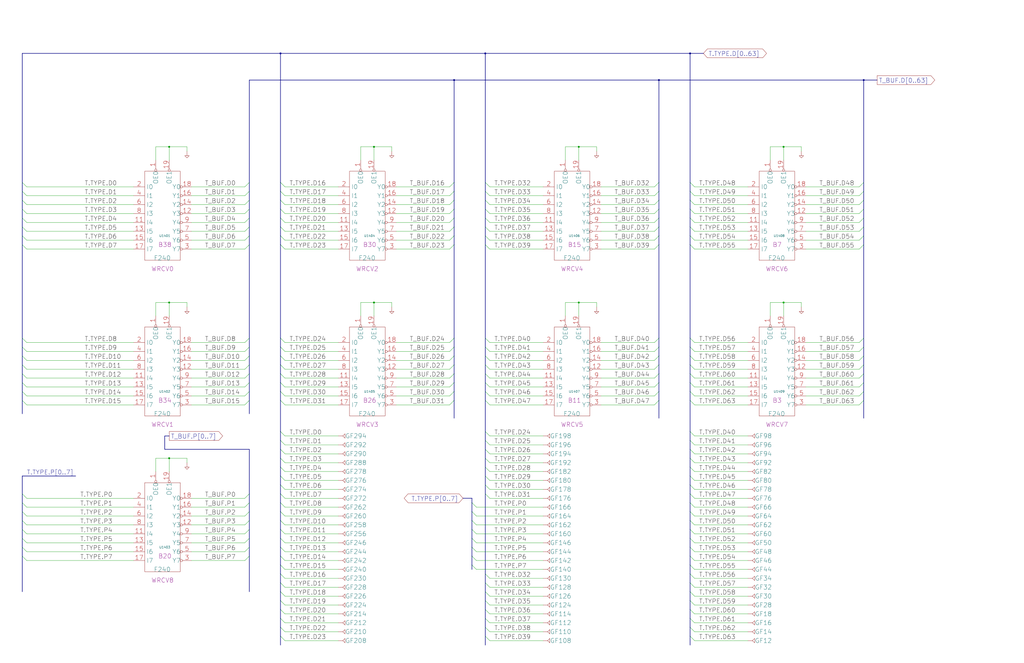
<source format=kicad_sch>
(kicad_sch (version 20250114) (generator "eeschema") (generator_version "9.0")
  (paper "User" 584.2 378.46)
  (title_block (title "WRITE DATA REGISTER\\nINPUT BUFFER") (date "15-MAR-90") (rev "1.0") (comment 1 "TYPE") (comment 2 "232-003062") (comment 3 "S400") (comment 4 "RELEASED"))
  (junction (at 96.52 261.62))
  (junction (at 160.02 30.48))
  (junction (at 276.86 30.48))
  (junction (at 447.04 172.72))
  (junction (at 492.76 45.72))
  (junction (at 96.52 172.72))
  (junction (at 447.04 83.82))
  (junction (at 213.36 83.82))
  (junction (at 330.2 172.72))
  (junction (at 393.7 30.48))
  (junction (at 330.2 83.82))
  (junction (at 259.08 45.72))
  (junction (at 96.52 83.82))
  (junction (at 213.36 172.72))
  (junction (at 375.92 45.72))
  (bus_entry (at 375.92 228.6) (size -2.54 2.54))
  (bus_entry (at 269.24 307.34) (size 2.54 2.54))
  (bus_entry (at 269.24 292.1) (size 2.54 2.54))
  (bus_entry (at 142.24 213.36) (size -2.54 2.54))
  (bus_entry (at 393.7 261.62) (size 2.54 2.54))
  (bus_entry (at 276.86 261.62) (size 2.54 2.54))
  (bus_entry (at 276.86 327.66) (size 2.54 2.54))
  (bus_entry (at 160.02 342.9) (size 2.54 2.54))
  (bus_entry (at 276.86 218.44) (size 2.54 2.54))
  (bus_entry (at 276.86 129.54) (size 2.54 2.54))
  (bus_entry (at 142.24 302.26) (size -2.54 2.54))
  (bus_entry (at 160.02 271.78) (size 2.54 2.54))
  (bus_entry (at 393.7 332.74) (size 2.54 2.54))
  (bus_entry (at 276.86 342.9) (size 2.54 2.54))
  (bus_entry (at 259.08 124.46) (size -2.54 2.54))
  (bus_entry (at 160.02 302.26) (size 2.54 2.54))
  (bus_entry (at 12.7 223.52) (size 2.54 2.54))
  (bus_entry (at 160.02 312.42) (size 2.54 2.54))
  (bus_entry (at 142.24 134.62) (size -2.54 2.54))
  (bus_entry (at 393.7 193.04) (size 2.54 2.54))
  (bus_entry (at 142.24 281.94) (size -2.54 2.54))
  (bus_entry (at 393.7 246.38) (size 2.54 2.54))
  (bus_entry (at 276.86 104.14) (size 2.54 2.54))
  (bus_entry (at 12.7 307.34) (size 2.54 2.54))
  (bus_entry (at 393.7 358.14) (size 2.54 2.54))
  (bus_entry (at 160.02 266.7) (size 2.54 2.54))
  (bus_entry (at 393.7 203.2) (size 2.54 2.54))
  (bus_entry (at 160.02 246.38) (size 2.54 2.54))
  (bus_entry (at 160.02 317.5) (size 2.54 2.54))
  (bus_entry (at 276.86 109.22) (size 2.54 2.54))
  (bus_entry (at 12.7 218.44) (size 2.54 2.54))
  (bus_entry (at 12.7 292.1) (size 2.54 2.54))
  (bus_entry (at 160.02 256.54) (size 2.54 2.54))
  (bus_entry (at 12.7 124.46) (size 2.54 2.54))
  (bus_entry (at 393.7 347.98) (size 2.54 2.54))
  (bus_entry (at 160.02 353.06) (size 2.54 2.54))
  (bus_entry (at 393.7 312.42) (size 2.54 2.54))
  (bus_entry (at 375.92 114.3) (size -2.54 2.54))
  (bus_entry (at 12.7 287.02) (size 2.54 2.54))
  (bus_entry (at 160.02 363.22) (size 2.54 2.54))
  (bus_entry (at 276.86 332.74) (size 2.54 2.54))
  (bus_entry (at 160.02 218.44) (size 2.54 2.54))
  (bus_entry (at 160.02 134.62) (size 2.54 2.54))
  (bus_entry (at 12.7 213.36) (size 2.54 2.54))
  (bus_entry (at 160.02 104.14) (size 2.54 2.54))
  (bus_entry (at 142.24 114.3) (size -2.54 2.54))
  (bus_entry (at 259.08 218.44) (size -2.54 2.54))
  (bus_entry (at 259.08 213.36) (size -2.54 2.54))
  (bus_entry (at 142.24 104.14) (size -2.54 2.54))
  (bus_entry (at 393.7 342.9) (size 2.54 2.54))
  (bus_entry (at 393.7 322.58) (size 2.54 2.54))
  (bus_entry (at 160.02 337.82) (size 2.54 2.54))
  (bus_entry (at 142.24 193.04) (size -2.54 2.54))
  (bus_entry (at 259.08 134.62) (size -2.54 2.54))
  (bus_entry (at 160.02 139.7) (size 2.54 2.54))
  (bus_entry (at 259.08 119.38) (size -2.54 2.54))
  (bus_entry (at 259.08 104.14) (size -2.54 2.54))
  (bus_entry (at 160.02 322.58) (size 2.54 2.54))
  (bus_entry (at 142.24 297.18) (size -2.54 2.54))
  (bus_entry (at 276.86 358.14) (size 2.54 2.54))
  (bus_entry (at 492.76 203.2) (size -2.54 2.54))
  (bus_entry (at 276.86 198.12) (size 2.54 2.54))
  (bus_entry (at 269.24 287.02) (size 2.54 2.54))
  (bus_entry (at 269.24 317.5) (size 2.54 2.54))
  (bus_entry (at 259.08 228.6) (size -2.54 2.54))
  (bus_entry (at 12.7 317.5) (size 2.54 2.54))
  (bus_entry (at 393.7 337.82) (size 2.54 2.54))
  (bus_entry (at 142.24 228.6) (size -2.54 2.54))
  (bus_entry (at 142.24 223.52) (size -2.54 2.54))
  (bus_entry (at 492.76 228.6) (size -2.54 2.54))
  (bus_entry (at 160.02 203.2) (size 2.54 2.54))
  (bus_entry (at 492.76 114.3) (size -2.54 2.54))
  (bus_entry (at 393.7 307.34) (size 2.54 2.54))
  (bus_entry (at 142.24 124.46) (size -2.54 2.54))
  (bus_entry (at 492.76 208.28) (size -2.54 2.54))
  (bus_entry (at 393.7 353.06) (size 2.54 2.54))
  (bus_entry (at 142.24 119.38) (size -2.54 2.54))
  (bus_entry (at 160.02 114.3) (size 2.54 2.54))
  (bus_entry (at 160.02 124.46) (size 2.54 2.54))
  (bus_entry (at 393.7 327.66) (size 2.54 2.54))
  (bus_entry (at 160.02 281.94) (size 2.54 2.54))
  (bus_entry (at 375.92 134.62) (size -2.54 2.54))
  (bus_entry (at 160.02 251.46) (size 2.54 2.54))
  (bus_entry (at 259.08 139.7) (size -2.54 2.54))
  (bus_entry (at 393.7 317.5) (size 2.54 2.54))
  (bus_entry (at 160.02 327.66) (size 2.54 2.54))
  (bus_entry (at 375.92 119.38) (size -2.54 2.54))
  (bus_entry (at 375.92 139.7) (size -2.54 2.54))
  (bus_entry (at 375.92 129.54) (size -2.54 2.54))
  (bus_entry (at 492.76 129.54) (size -2.54 2.54))
  (bus_entry (at 160.02 228.6) (size 2.54 2.54))
  (bus_entry (at 276.86 251.46) (size 2.54 2.54))
  (bus_entry (at 276.86 124.46) (size 2.54 2.54))
  (bus_entry (at 160.02 276.86) (size 2.54 2.54))
  (bus_entry (at 276.86 119.38) (size 2.54 2.54))
  (bus_entry (at 160.02 261.62) (size 2.54 2.54))
  (bus_entry (at 393.7 271.78) (size 2.54 2.54))
  (bus_entry (at 393.7 251.46) (size 2.54 2.54))
  (bus_entry (at 276.86 193.04) (size 2.54 2.54))
  (bus_entry (at 269.24 322.58) (size 2.54 2.54))
  (bus_entry (at 12.7 208.28) (size 2.54 2.54))
  (bus_entry (at 12.7 193.04) (size 2.54 2.54))
  (bus_entry (at 393.7 124.46) (size 2.54 2.54))
  (bus_entry (at 142.24 287.02) (size -2.54 2.54))
  (bus_entry (at 492.76 218.44) (size -2.54 2.54))
  (bus_entry (at 259.08 114.3) (size -2.54 2.54))
  (bus_entry (at 276.86 347.98) (size 2.54 2.54))
  (bus_entry (at 160.02 358.14) (size 2.54 2.54))
  (bus_entry (at 12.7 198.12) (size 2.54 2.54))
  (bus_entry (at 12.7 312.42) (size 2.54 2.54))
  (bus_entry (at 492.76 124.46) (size -2.54 2.54))
  (bus_entry (at 259.08 203.2) (size -2.54 2.54))
  (bus_entry (at 160.02 332.74) (size 2.54 2.54))
  (bus_entry (at 375.92 198.12) (size -2.54 2.54))
  (bus_entry (at 259.08 223.52) (size -2.54 2.54))
  (bus_entry (at 492.76 198.12) (size -2.54 2.54))
  (bus_entry (at 276.86 271.78) (size 2.54 2.54))
  (bus_entry (at 160.02 292.1) (size 2.54 2.54))
  (bus_entry (at 492.76 139.7) (size -2.54 2.54))
  (bus_entry (at 276.86 266.7) (size 2.54 2.54))
  (bus_entry (at 142.24 109.22) (size -2.54 2.54))
  (bus_entry (at 276.86 213.36) (size 2.54 2.54))
  (bus_entry (at 393.7 139.7) (size 2.54 2.54))
  (bus_entry (at 393.7 297.18) (size 2.54 2.54))
  (bus_entry (at 160.02 307.34) (size 2.54 2.54))
  (bus_entry (at 259.08 193.04) (size -2.54 2.54))
  (bus_entry (at 393.7 134.62) (size 2.54 2.54))
  (bus_entry (at 276.86 281.94) (size 2.54 2.54))
  (bus_entry (at 142.24 292.1) (size -2.54 2.54))
  (bus_entry (at 393.7 208.28) (size 2.54 2.54))
  (bus_entry (at 393.7 302.26) (size 2.54 2.54))
  (bus_entry (at 142.24 218.44) (size -2.54 2.54))
  (bus_entry (at 276.86 276.86) (size 2.54 2.54))
  (bus_entry (at 160.02 208.28) (size 2.54 2.54))
  (bus_entry (at 160.02 213.36) (size 2.54 2.54))
  (bus_entry (at 375.92 203.2) (size -2.54 2.54))
  (bus_entry (at 12.7 104.14) (size 2.54 2.54))
  (bus_entry (at 375.92 223.52) (size -2.54 2.54))
  (bus_entry (at 375.92 193.04) (size -2.54 2.54))
  (bus_entry (at 276.86 353.06) (size 2.54 2.54))
  (bus_entry (at 12.7 302.26) (size 2.54 2.54))
  (bus_entry (at 276.86 208.28) (size 2.54 2.54))
  (bus_entry (at 393.7 104.14) (size 2.54 2.54))
  (bus_entry (at 160.02 129.54) (size 2.54 2.54))
  (bus_entry (at 276.86 228.6) (size 2.54 2.54))
  (bus_entry (at 12.7 139.7) (size 2.54 2.54))
  (bus_entry (at 492.76 193.04) (size -2.54 2.54))
  (bus_entry (at 142.24 317.5) (size -2.54 2.54))
  (bus_entry (at 12.7 134.62) (size 2.54 2.54))
  (bus_entry (at 393.7 198.12) (size 2.54 2.54))
  (bus_entry (at 393.7 109.22) (size 2.54 2.54))
  (bus_entry (at 142.24 307.34) (size -2.54 2.54))
  (bus_entry (at 375.92 124.46) (size -2.54 2.54))
  (bus_entry (at 393.7 363.22) (size 2.54 2.54))
  (bus_entry (at 276.86 337.82) (size 2.54 2.54))
  (bus_entry (at 142.24 312.42) (size -2.54 2.54))
  (bus_entry (at 492.76 109.22) (size -2.54 2.54))
  (bus_entry (at 12.7 228.6) (size 2.54 2.54))
  (bus_entry (at 12.7 281.94) (size 2.54 2.54))
  (bus_entry (at 276.86 223.52) (size 2.54 2.54))
  (bus_entry (at 276.86 203.2) (size 2.54 2.54))
  (bus_entry (at 375.92 109.22) (size -2.54 2.54))
  (bus_entry (at 12.7 129.54) (size 2.54 2.54))
  (bus_entry (at 160.02 287.02) (size 2.54 2.54))
  (bus_entry (at 142.24 139.7) (size -2.54 2.54))
  (bus_entry (at 375.92 208.28) (size -2.54 2.54))
  (bus_entry (at 375.92 104.14) (size -2.54 2.54))
  (bus_entry (at 269.24 297.18) (size 2.54 2.54))
  (bus_entry (at 142.24 198.12) (size -2.54 2.54))
  (bus_entry (at 375.92 213.36) (size -2.54 2.54))
  (bus_entry (at 276.86 246.38) (size 2.54 2.54))
  (bus_entry (at 375.92 218.44) (size -2.54 2.54))
  (bus_entry (at 393.7 287.02) (size 2.54 2.54))
  (bus_entry (at 276.86 256.54) (size 2.54 2.54))
  (bus_entry (at 160.02 193.04) (size 2.54 2.54))
  (bus_entry (at 393.7 114.3) (size 2.54 2.54))
  (bus_entry (at 12.7 114.3) (size 2.54 2.54))
  (bus_entry (at 276.86 114.3) (size 2.54 2.54))
  (bus_entry (at 276.86 134.62) (size 2.54 2.54))
  (bus_entry (at 259.08 109.22) (size -2.54 2.54))
  (bus_entry (at 492.76 134.62) (size -2.54 2.54))
  (bus_entry (at 142.24 208.28) (size -2.54 2.54))
  (bus_entry (at 269.24 312.42) (size 2.54 2.54))
  (bus_entry (at 259.08 129.54) (size -2.54 2.54))
  (bus_entry (at 393.7 119.38) (size 2.54 2.54))
  (bus_entry (at 160.02 347.98) (size 2.54 2.54))
  (bus_entry (at 393.7 256.54) (size 2.54 2.54))
  (bus_entry (at 492.76 213.36) (size -2.54 2.54))
  (bus_entry (at 269.24 302.26) (size 2.54 2.54))
  (bus_entry (at 393.7 129.54) (size 2.54 2.54))
  (bus_entry (at 12.7 119.38) (size 2.54 2.54))
  (bus_entry (at 142.24 203.2) (size -2.54 2.54))
  (bus_entry (at 12.7 203.2) (size 2.54 2.54))
  (bus_entry (at 276.86 139.7) (size 2.54 2.54))
  (bus_entry (at 492.76 104.14) (size -2.54 2.54))
  (bus_entry (at 393.7 292.1) (size 2.54 2.54))
  (bus_entry (at 393.7 266.7) (size 2.54 2.54))
  (bus_entry (at 160.02 297.18) (size 2.54 2.54))
  (bus_entry (at 160.02 198.12) (size 2.54 2.54))
  (bus_entry (at 142.24 129.54) (size -2.54 2.54))
  (bus_entry (at 160.02 109.22) (size 2.54 2.54))
  (bus_entry (at 492.76 223.52) (size -2.54 2.54))
  (bus_entry (at 393.7 223.52) (size 2.54 2.54))
  (bus_entry (at 259.08 208.28) (size -2.54 2.54))
  (bus_entry (at 276.86 363.22) (size 2.54 2.54))
  (bus_entry (at 393.7 281.94) (size 2.54 2.54))
  (bus_entry (at 393.7 218.44) (size 2.54 2.54))
  (bus_entry (at 12.7 297.18) (size 2.54 2.54))
  (bus_entry (at 492.76 119.38) (size -2.54 2.54))
  (bus_entry (at 393.7 276.86) (size 2.54 2.54))
  (bus_entry (at 259.08 198.12) (size -2.54 2.54))
  (bus_entry (at 160.02 119.38) (size 2.54 2.54))
  (bus_entry (at 393.7 228.6) (size 2.54 2.54))
  (bus_entry (at 393.7 213.36) (size 2.54 2.54))
  (bus_entry (at 12.7 109.22) (size 2.54 2.54))
  (bus_entry (at 160.02 223.52) (size 2.54 2.54))
  (bus (pts (xy 160.02 223.52) (xy 160.02 228.6)))
  (bus (pts (xy 276.86 251.46) (xy 276.86 256.54)))
  (wire (pts (xy 396.24 137.16) (xy 426.72 137.16)))
  (wire (pts (xy 109.22 284.48) (xy 139.7 284.48)))
  (wire (pts (xy 396.24 264.16) (xy 426.72 264.16)))
  (bus (pts (xy 375.92 208.28) (xy 375.92 213.36)))
  (wire (pts (xy 459.74 142.24) (xy 490.22 142.24)))
  (wire (pts (xy 226.06 106.68) (xy 256.54 106.68)))
  (wire (pts (xy 459.74 111.76) (xy 490.22 111.76)))
  (wire (pts (xy 279.4 106.68) (xy 309.88 106.68)))
  (bus (pts (xy 393.7 223.52) (xy 393.7 228.6)))
  (bus (pts (xy 276.86 246.38) (xy 276.86 251.46)))
  (bus (pts (xy 375.92 119.38) (xy 375.92 124.46)))
  (wire (pts (xy 342.9 200.66) (xy 373.38 200.66)))
  (bus (pts (xy 393.7 203.2) (xy 393.7 208.28)))
  (bus (pts (xy 269.24 287.02) (xy 269.24 292.1)))
  (bus (pts (xy 160.02 246.38) (xy 160.02 251.46)))
  (bus (pts (xy 142.24 45.72) (xy 259.08 45.72)))
  (bus (pts (xy 160.02 203.2) (xy 160.02 208.28)))
  (wire (pts (xy 279.4 127) (xy 309.88 127)))
  (bus (pts (xy 393.7 322.58) (xy 393.7 327.66)))
  (bus (pts (xy 393.7 109.22) (xy 393.7 114.3)))
  (bus (pts (xy 12.7 208.28) (xy 12.7 213.36)))
  (bus (pts (xy 269.24 292.1) (xy 269.24 297.18)))
  (bus (pts (xy 393.7 307.34) (xy 393.7 312.42)))
  (bus (pts (xy 393.7 332.74) (xy 393.7 337.82)))
  (wire (pts (xy 396.24 360.68) (xy 426.72 360.68)))
  (bus (pts (xy 375.92 213.36) (xy 375.92 218.44)))
  (wire (pts (xy 226.06 215.9) (xy 256.54 215.9)))
  (wire (pts (xy 109.22 231.14) (xy 139.7 231.14)))
  (wire (pts (xy 88.9 83.82) (xy 96.52 83.82)))
  (bus (pts (xy 393.7 256.54) (xy 393.7 261.62)))
  (wire (pts (xy 106.68 172.72) (xy 106.68 175.26)))
  (bus (pts (xy 259.08 45.72) (xy 375.92 45.72)))
  (wire (pts (xy 279.4 121.92) (xy 309.88 121.92)))
  (bus (pts (xy 12.7 297.18) (xy 12.7 302.26)))
  (wire (pts (xy 213.36 83.82) (xy 223.52 83.82)))
  (wire (pts (xy 15.24 304.8) (xy 76.2 304.8)))
  (wire (pts (xy 439.42 172.72) (xy 447.04 172.72)))
  (bus (pts (xy 276.86 342.9) (xy 276.86 347.98)))
  (bus (pts (xy 393.7 287.02) (xy 393.7 292.1)))
  (wire (pts (xy 162.56 231.14) (xy 193.04 231.14)))
  (bus (pts (xy 160.02 281.94) (xy 160.02 287.02)))
  (wire (pts (xy 279.4 365.76) (xy 309.88 365.76)))
  (bus (pts (xy 142.24 213.36) (xy 142.24 218.44)))
  (wire (pts (xy 447.04 91.44) (xy 447.04 83.82)))
  (bus (pts (xy 160.02 312.42) (xy 160.02 317.5)))
  (wire (pts (xy 396.24 226.06) (xy 426.72 226.06)))
  (bus (pts (xy 393.7 129.54) (xy 393.7 134.62)))
  (wire (pts (xy 162.56 254) (xy 193.04 254)))
  (wire (pts (xy 330.2 172.72) (xy 340.36 172.72)))
  (wire (pts (xy 271.78 299.72) (xy 309.88 299.72)))
  (wire (pts (xy 226.06 210.82) (xy 256.54 210.82)))
  (bus (pts (xy 142.24 317.5) (xy 142.24 337.82)))
  (wire (pts (xy 226.06 137.16) (xy 256.54 137.16)))
  (wire (pts (xy 15.24 121.92) (xy 76.2 121.92)))
  (bus (pts (xy 393.7 104.14) (xy 393.7 109.22)))
  (wire (pts (xy 162.56 226.06) (xy 193.04 226.06)))
  (wire (pts (xy 279.4 200.66) (xy 309.88 200.66)))
  (wire (pts (xy 15.24 111.76) (xy 76.2 111.76)))
  (bus (pts (xy 160.02 30.48) (xy 276.86 30.48)))
  (bus (pts (xy 259.08 193.04) (xy 259.08 198.12)))
  (wire (pts (xy 205.74 91.44) (xy 205.74 83.82)))
  (wire (pts (xy 279.4 248.92) (xy 309.88 248.92)))
  (wire (pts (xy 271.78 304.8) (xy 309.88 304.8)))
  (wire (pts (xy 279.4 220.98) (xy 309.88 220.98)))
  (wire (pts (xy 342.9 116.84) (xy 373.38 116.84)))
  (bus (pts (xy 492.76 228.6) (xy 492.76 238.76)))
  (bus (pts (xy 393.7 124.46) (xy 393.7 129.54)))
  (bus (pts (xy 393.7 347.98) (xy 393.7 353.06)))
  (wire (pts (xy 88.9 261.62) (xy 96.52 261.62)))
  (wire (pts (xy 439.42 83.82) (xy 447.04 83.82)))
  (wire (pts (xy 439.42 91.44) (xy 439.42 83.82)))
  (bus (pts (xy 12.7 218.44) (xy 12.7 223.52)))
  (bus (pts (xy 142.24 223.52) (xy 142.24 228.6)))
  (wire (pts (xy 96.52 172.72) (xy 106.68 172.72)))
  (wire (pts (xy 15.24 142.24) (xy 76.2 142.24)))
  (wire (pts (xy 15.24 132.08) (xy 76.2 132.08)))
  (wire (pts (xy 279.4 215.9) (xy 309.88 215.9)))
  (bus (pts (xy 375.92 134.62) (xy 375.92 139.7)))
  (wire (pts (xy 162.56 355.6) (xy 193.04 355.6)))
  (bus (pts (xy 142.24 119.38) (xy 142.24 124.46)))
  (bus (pts (xy 12.7 271.78) (xy 12.7 281.94)))
  (bus (pts (xy 12.7 139.7) (xy 12.7 193.04)))
  (wire (pts (xy 271.78 314.96) (xy 309.88 314.96)))
  (bus (pts (xy 93.98 248.92) (xy 96.52 248.92)))
  (bus (pts (xy 269.24 317.5) (xy 269.24 322.58)))
  (bus (pts (xy 142.24 307.34) (xy 142.24 312.42)))
  (wire (pts (xy 109.22 314.96) (xy 139.7 314.96)))
  (wire (pts (xy 396.24 309.88) (xy 426.72 309.88)))
  (bus (pts (xy 276.86 327.66) (xy 276.86 332.74)))
  (wire (pts (xy 342.9 132.08) (xy 373.38 132.08)))
  (wire (pts (xy 96.52 91.44) (xy 96.52 83.82)))
  (bus (pts (xy 276.86 281.94) (xy 276.86 327.66)))
  (wire (pts (xy 396.24 365.76) (xy 426.72 365.76)))
  (wire (pts (xy 15.24 137.16) (xy 76.2 137.16)))
  (wire (pts (xy 396.24 254) (xy 426.72 254)))
  (bus (pts (xy 142.24 104.14) (xy 142.24 109.22)))
  (wire (pts (xy 396.24 116.84) (xy 426.72 116.84)))
  (bus (pts (xy 276.86 203.2) (xy 276.86 208.28)))
  (wire (pts (xy 396.24 330.2) (xy 426.72 330.2)))
  (wire (pts (xy 396.24 200.66) (xy 426.72 200.66)))
  (bus (pts (xy 259.08 134.62) (xy 259.08 139.7)))
  (wire (pts (xy 279.4 142.24) (xy 309.88 142.24)))
  (bus (pts (xy 12.7 281.94) (xy 12.7 287.02)))
  (wire (pts (xy 162.56 111.76) (xy 193.04 111.76)))
  (wire (pts (xy 279.4 111.76) (xy 309.88 111.76)))
  (wire (pts (xy 279.4 279.4) (xy 309.88 279.4)))
  (wire (pts (xy 279.4 355.6) (xy 309.88 355.6)))
  (wire (pts (xy 162.56 274.32) (xy 193.04 274.32)))
  (wire (pts (xy 439.42 180.34) (xy 439.42 172.72)))
  (bus (pts (xy 160.02 337.82) (xy 160.02 342.9)))
  (wire (pts (xy 459.74 215.9) (xy 490.22 215.9)))
  (bus (pts (xy 276.86 358.14) (xy 276.86 363.22)))
  (bus (pts (xy 12.7 124.46) (xy 12.7 129.54)))
  (bus (pts (xy 492.76 114.3) (xy 492.76 119.38)))
  (wire (pts (xy 396.24 355.6) (xy 426.72 355.6)))
  (bus (pts (xy 276.86 198.12) (xy 276.86 203.2)))
  (wire (pts (xy 342.9 195.58) (xy 373.38 195.58)))
  (bus (pts (xy 276.86 139.7) (xy 276.86 193.04)))
  (wire (pts (xy 396.24 248.92) (xy 426.72 248.92)))
  (bus (pts (xy 393.7 193.04) (xy 393.7 198.12)))
  (bus (pts (xy 393.7 134.62) (xy 393.7 139.7)))
  (wire (pts (xy 223.52 172.72) (xy 223.52 175.26)))
  (wire (pts (xy 88.9 91.44) (xy 88.9 83.82)))
  (wire (pts (xy 88.9 172.72) (xy 96.52 172.72)))
  (wire (pts (xy 15.24 284.48) (xy 76.2 284.48)))
  (wire (pts (xy 162.56 210.82) (xy 193.04 210.82)))
  (bus (pts (xy 276.86 129.54) (xy 276.86 134.62)))
  (wire (pts (xy 162.56 294.64) (xy 193.04 294.64)))
  (bus (pts (xy 276.86 114.3) (xy 276.86 119.38)))
  (wire (pts (xy 88.9 269.24) (xy 88.9 261.62)))
  (bus (pts (xy 276.86 119.38) (xy 276.86 124.46)))
  (wire (pts (xy 205.74 172.72) (xy 213.36 172.72)))
  (bus (pts (xy 393.7 114.3) (xy 393.7 119.38)))
  (wire (pts (xy 396.24 215.9) (xy 426.72 215.9)))
  (bus (pts (xy 12.7 198.12) (xy 12.7 203.2)))
  (wire (pts (xy 322.58 83.82) (xy 330.2 83.82)))
  (wire (pts (xy 213.36 180.34) (xy 213.36 172.72)))
  (bus (pts (xy 142.24 312.42) (xy 142.24 317.5)))
  (wire (pts (xy 396.24 350.52) (xy 426.72 350.52)))
  (wire (pts (xy 162.56 325.12) (xy 193.04 325.12)))
  (bus (pts (xy 492.76 129.54) (xy 492.76 134.62)))
  (wire (pts (xy 457.2 83.82) (xy 457.2 86.36)))
  (wire (pts (xy 279.4 137.16) (xy 309.88 137.16)))
  (bus (pts (xy 12.7 193.04) (xy 12.7 198.12)))
  (bus (pts (xy 375.92 198.12) (xy 375.92 203.2)))
  (wire (pts (xy 396.24 325.12) (xy 426.72 325.12)))
  (bus (pts (xy 393.7 363.22) (xy 393.7 368.3)))
  (wire (pts (xy 342.9 215.9) (xy 373.38 215.9)))
  (bus (pts (xy 12.7 317.5) (xy 12.7 337.82)))
  (bus (pts (xy 160.02 104.14) (xy 160.02 109.22)))
  (bus (pts (xy 375.92 218.44) (xy 375.92 223.52)))
  (bus (pts (xy 276.86 332.74) (xy 276.86 337.82)))
  (wire (pts (xy 226.06 121.92) (xy 256.54 121.92)))
  (wire (pts (xy 109.22 106.68) (xy 139.7 106.68)))
  (wire (pts (xy 15.24 220.98) (xy 76.2 220.98)))
  (wire (pts (xy 459.74 195.58) (xy 490.22 195.58)))
  (bus (pts (xy 276.86 261.62) (xy 276.86 266.7)))
  (bus (pts (xy 142.24 198.12) (xy 142.24 203.2)))
  (bus (pts (xy 393.7 342.9) (xy 393.7 347.98)))
  (wire (pts (xy 109.22 132.08) (xy 139.7 132.08)))
  (wire (pts (xy 279.4 116.84) (xy 309.88 116.84)))
  (wire (pts (xy 15.24 314.96) (xy 76.2 314.96)))
  (wire (pts (xy 15.24 215.9) (xy 76.2 215.9)))
  (bus (pts (xy 142.24 203.2) (xy 142.24 208.28)))
  (bus (pts (xy 160.02 114.3) (xy 160.02 119.38)))
  (bus (pts (xy 12.7 119.38) (xy 12.7 124.46)))
  (wire (pts (xy 226.06 127) (xy 256.54 127)))
  (wire (pts (xy 109.22 215.9) (xy 139.7 215.9)))
  (bus (pts (xy 259.08 109.22) (xy 259.08 114.3)))
  (wire (pts (xy 396.24 284.48) (xy 426.72 284.48)))
  (bus (pts (xy 160.02 261.62) (xy 160.02 266.7)))
  (bus (pts (xy 142.24 139.7) (xy 142.24 193.04)))
  (wire (pts (xy 396.24 274.32) (xy 426.72 274.32)))
  (wire (pts (xy 447.04 172.72) (xy 457.2 172.72)))
  (wire (pts (xy 162.56 215.9) (xy 193.04 215.9)))
  (bus (pts (xy 142.24 281.94) (xy 142.24 287.02)))
  (bus (pts (xy 160.02 119.38) (xy 160.02 124.46)))
  (wire (pts (xy 342.9 231.14) (xy 373.38 231.14)))
  (bus (pts (xy 160.02 139.7) (xy 160.02 193.04)))
  (wire (pts (xy 15.24 205.74) (xy 76.2 205.74)))
  (wire (pts (xy 96.52 83.82) (xy 106.68 83.82)))
  (wire (pts (xy 162.56 259.08) (xy 193.04 259.08)))
  (bus (pts (xy 276.86 271.78) (xy 276.86 276.86)))
  (bus (pts (xy 276.86 124.46) (xy 276.86 129.54)))
  (wire (pts (xy 162.56 284.48) (xy 193.04 284.48)))
  (bus (pts (xy 160.02 109.22) (xy 160.02 114.3)))
  (wire (pts (xy 106.68 83.82) (xy 106.68 86.36)))
  (wire (pts (xy 162.56 320.04) (xy 193.04 320.04)))
  (bus (pts (xy 492.76 208.28) (xy 492.76 213.36)))
  (bus (pts (xy 276.86 193.04) (xy 276.86 198.12)))
  (wire (pts (xy 459.74 121.92) (xy 490.22 121.92)))
  (wire (pts (xy 162.56 350.52) (xy 193.04 350.52)))
  (wire (pts (xy 15.24 231.14) (xy 76.2 231.14)))
  (wire (pts (xy 162.56 345.44) (xy 193.04 345.44)))
  (wire (pts (xy 342.9 142.24) (xy 373.38 142.24)))
  (bus (pts (xy 12.7 30.48) (xy 160.02 30.48)))
  (bus (pts (xy 259.08 228.6) (xy 259.08 238.76)))
  (bus (pts (xy 12.7 271.78) (xy 43.18 271.78)))
  (bus (pts (xy 160.02 307.34) (xy 160.02 312.42)))
  (bus (pts (xy 492.76 139.7) (xy 492.76 193.04)))
  (wire (pts (xy 162.56 137.16) (xy 193.04 137.16)))
  (bus (pts (xy 259.08 45.72) (xy 259.08 104.14)))
  (bus (pts (xy 259.08 129.54) (xy 259.08 134.62)))
  (wire (pts (xy 15.24 210.82) (xy 76.2 210.82)))
  (wire (pts (xy 162.56 205.74) (xy 193.04 205.74)))
  (bus (pts (xy 142.24 208.28) (xy 142.24 213.36)))
  (wire (pts (xy 459.74 205.74) (xy 490.22 205.74)))
  (wire (pts (xy 279.4 264.16) (xy 309.88 264.16)))
  (bus (pts (xy 142.24 256.54) (xy 142.24 281.94)))
  (wire (pts (xy 226.06 111.76) (xy 256.54 111.76)))
  (bus (pts (xy 375.92 228.6) (xy 375.92 238.76)))
  (wire (pts (xy 109.22 205.74) (xy 139.7 205.74)))
  (wire (pts (xy 226.06 200.66) (xy 256.54 200.66)))
  (bus (pts (xy 269.24 297.18) (xy 269.24 302.26)))
  (bus (pts (xy 393.7 218.44) (xy 393.7 223.52)))
  (wire (pts (xy 279.4 195.58) (xy 309.88 195.58)))
  (bus (pts (xy 142.24 45.72) (xy 142.24 104.14)))
  (wire (pts (xy 342.9 106.68) (xy 373.38 106.68)))
  (bus (pts (xy 12.7 292.1) (xy 12.7 297.18)))
  (wire (pts (xy 162.56 264.16) (xy 193.04 264.16)))
  (wire (pts (xy 340.36 172.72) (xy 340.36 175.26)))
  (wire (pts (xy 109.22 226.06) (xy 139.7 226.06)))
  (bus (pts (xy 142.24 292.1) (xy 142.24 297.18)))
  (bus (pts (xy 492.76 223.52) (xy 492.76 228.6)))
  (bus (pts (xy 160.02 342.9) (xy 160.02 347.98)))
  (wire (pts (xy 226.06 142.24) (xy 256.54 142.24)))
  (wire (pts (xy 396.24 210.82) (xy 426.72 210.82)))
  (wire (pts (xy 96.52 269.24) (xy 96.52 261.62)))
  (bus (pts (xy 160.02 287.02) (xy 160.02 292.1)))
  (bus (pts (xy 276.86 104.14) (xy 276.86 109.22)))
  (bus (pts (xy 393.7 266.7) (xy 393.7 271.78)))
  (wire (pts (xy 279.4 231.14) (xy 309.88 231.14)))
  (bus (pts (xy 142.24 109.22) (xy 142.24 114.3)))
  (bus (pts (xy 276.86 228.6) (xy 276.86 246.38)))
  (bus (pts (xy 259.08 218.44) (xy 259.08 223.52)))
  (bus (pts (xy 276.86 218.44) (xy 276.86 223.52)))
  (bus (pts (xy 142.24 287.02) (xy 142.24 292.1)))
  (wire (pts (xy 226.06 116.84) (xy 256.54 116.84)))
  (bus (pts (xy 276.86 347.98) (xy 276.86 353.06)))
  (wire (pts (xy 109.22 299.72) (xy 139.7 299.72)))
  (wire (pts (xy 459.74 106.68) (xy 490.22 106.68)))
  (wire (pts (xy 330.2 180.34) (xy 330.2 172.72)))
  (bus (pts (xy 375.92 109.22) (xy 375.92 114.3)))
  (bus (pts (xy 259.08 104.14) (xy 259.08 109.22)))
  (bus (pts (xy 142.24 124.46) (xy 142.24 129.54)))
  (wire (pts (xy 279.4 132.08) (xy 309.88 132.08)))
  (bus (pts (xy 142.24 218.44) (xy 142.24 223.52)))
  (bus (pts (xy 492.76 45.72) (xy 500.38 45.72)))
  (wire (pts (xy 396.24 269.24) (xy 426.72 269.24)))
  (wire (pts (xy 109.22 121.92) (xy 139.7 121.92)))
  (wire (pts (xy 15.24 299.72) (xy 76.2 299.72)))
  (bus (pts (xy 142.24 302.26) (xy 142.24 307.34)))
  (bus (pts (xy 375.92 223.52) (xy 375.92 228.6)))
  (wire (pts (xy 342.9 220.98) (xy 373.38 220.98)))
  (wire (pts (xy 162.56 304.8) (xy 193.04 304.8)))
  (wire (pts (xy 279.4 210.82) (xy 309.88 210.82)))
  (bus (pts (xy 393.7 317.5) (xy 393.7 322.58)))
  (wire (pts (xy 447.04 180.34) (xy 447.04 172.72)))
  (bus (pts (xy 492.76 198.12) (xy 492.76 203.2)))
  (bus (pts (xy 259.08 114.3) (xy 259.08 119.38)))
  (wire (pts (xy 162.56 314.96) (xy 193.04 314.96)))
  (wire (pts (xy 342.9 111.76) (xy 373.38 111.76)))
  (bus (pts (xy 160.02 347.98) (xy 160.02 353.06)))
  (bus (pts (xy 492.76 218.44) (xy 492.76 223.52)))
  (bus (pts (xy 160.02 256.54) (xy 160.02 261.62)))
  (bus (pts (xy 276.86 337.82) (xy 276.86 342.9)))
  (wire (pts (xy 279.4 205.74) (xy 309.88 205.74)))
  (bus (pts (xy 160.02 129.54) (xy 160.02 134.62)))
  (wire (pts (xy 459.74 116.84) (xy 490.22 116.84)))
  (bus (pts (xy 375.92 45.72) (xy 375.92 104.14)))
  (wire (pts (xy 109.22 116.84) (xy 139.7 116.84)))
  (bus (pts (xy 160.02 317.5) (xy 160.02 322.58)))
  (bus (pts (xy 12.7 312.42) (xy 12.7 317.5)))
  (wire (pts (xy 162.56 127) (xy 193.04 127)))
  (bus (pts (xy 12.7 307.34) (xy 12.7 312.42)))
  (wire (pts (xy 396.24 106.68) (xy 426.72 106.68)))
  (wire (pts (xy 457.2 172.72) (xy 457.2 175.26)))
  (bus (pts (xy 160.02 297.18) (xy 160.02 302.26)))
  (bus (pts (xy 160.02 30.48) (xy 160.02 104.14)))
  (bus (pts (xy 160.02 193.04) (xy 160.02 198.12)))
  (bus (pts (xy 12.7 114.3) (xy 12.7 119.38)))
  (wire (pts (xy 162.56 132.08) (xy 193.04 132.08)))
  (bus (pts (xy 160.02 292.1) (xy 160.02 297.18)))
  (bus (pts (xy 142.24 193.04) (xy 142.24 198.12)))
  (bus (pts (xy 393.7 228.6) (xy 393.7 246.38)))
  (bus (pts (xy 375.92 203.2) (xy 375.92 208.28)))
  (bus (pts (xy 160.02 322.58) (xy 160.02 327.66)))
  (bus (pts (xy 160.02 332.74) (xy 160.02 337.82)))
  (bus (pts (xy 276.86 256.54) (xy 276.86 261.62)))
  (wire (pts (xy 396.24 314.96) (xy 426.72 314.96)))
  (wire (pts (xy 109.22 111.76) (xy 139.7 111.76)))
  (wire (pts (xy 396.24 220.98) (xy 426.72 220.98)))
  (wire (pts (xy 162.56 220.98) (xy 193.04 220.98)))
  (wire (pts (xy 109.22 309.88) (xy 139.7 309.88)))
  (wire (pts (xy 322.58 172.72) (xy 330.2 172.72)))
  (wire (pts (xy 162.56 200.66) (xy 193.04 200.66)))
  (wire (pts (xy 162.56 299.72) (xy 193.04 299.72)))
  (bus (pts (xy 375.92 129.54) (xy 375.92 134.62)))
  (wire (pts (xy 396.24 345.44) (xy 426.72 345.44)))
  (wire (pts (xy 15.24 195.58) (xy 76.2 195.58)))
  (bus (pts (xy 259.08 198.12) (xy 259.08 203.2)))
  (bus (pts (xy 393.7 302.26) (xy 393.7 307.34)))
  (bus (pts (xy 160.02 208.28) (xy 160.02 213.36)))
  (wire (pts (xy 396.24 279.4) (xy 426.72 279.4)))
  (bus (pts (xy 12.7 104.14) (xy 12.7 109.22)))
  (bus (pts (xy 259.08 124.46) (xy 259.08 129.54)))
  (bus (pts (xy 160.02 353.06) (xy 160.02 358.14)))
  (wire (pts (xy 396.24 127) (xy 426.72 127)))
  (bus (pts (xy 276.86 134.62) (xy 276.86 139.7)))
  (bus (pts (xy 269.24 307.34) (xy 269.24 312.42)))
  (wire (pts (xy 88.9 180.34) (xy 88.9 172.72)))
  (bus (pts (xy 393.7 271.78) (xy 393.7 276.86)))
  (bus (pts (xy 142.24 129.54) (xy 142.24 134.62)))
  (wire (pts (xy 15.24 289.56) (xy 76.2 289.56)))
  (bus (pts (xy 393.7 213.36) (xy 393.7 218.44)))
  (wire (pts (xy 15.24 309.88) (xy 76.2 309.88)))
  (wire (pts (xy 213.36 91.44) (xy 213.36 83.82)))
  (wire (pts (xy 396.24 259.08) (xy 426.72 259.08)))
  (bus (pts (xy 12.7 287.02) (xy 12.7 292.1)))
  (bus (pts (xy 375.92 114.3) (xy 375.92 119.38)))
  (bus (pts (xy 393.7 198.12) (xy 393.7 203.2)))
  (wire (pts (xy 459.74 231.14) (xy 490.22 231.14)))
  (wire (pts (xy 459.74 210.82) (xy 490.22 210.82)))
  (wire (pts (xy 109.22 289.56) (xy 139.7 289.56)))
  (wire (pts (xy 162.56 279.4) (xy 193.04 279.4)))
  (bus (pts (xy 375.92 139.7) (xy 375.92 193.04)))
  (bus (pts (xy 93.98 256.54) (xy 93.98 248.92)))
  (wire (pts (xy 322.58 180.34) (xy 322.58 172.72)))
  (bus (pts (xy 160.02 134.62) (xy 160.02 139.7)))
  (bus (pts (xy 160.02 358.14) (xy 160.02 363.22)))
  (wire (pts (xy 342.9 137.16) (xy 373.38 137.16)))
  (wire (pts (xy 271.78 309.88) (xy 309.88 309.88)))
  (bus (pts (xy 393.7 281.94) (xy 393.7 287.02)))
  (bus (pts (xy 12.7 213.36) (xy 12.7 218.44)))
  (wire (pts (xy 459.74 132.08) (xy 490.22 132.08)))
  (wire (pts (xy 396.24 299.72) (xy 426.72 299.72)))
  (wire (pts (xy 109.22 210.82) (xy 139.7 210.82)))
  (wire (pts (xy 396.24 231.14) (xy 426.72 231.14)))
  (bus (pts (xy 12.7 203.2) (xy 12.7 208.28)))
  (wire (pts (xy 162.56 116.84) (xy 193.04 116.84)))
  (wire (pts (xy 226.06 220.98) (xy 256.54 220.98)))
  (wire (pts (xy 15.24 320.04) (xy 76.2 320.04)))
  (wire (pts (xy 459.74 220.98) (xy 490.22 220.98)))
  (wire (pts (xy 396.24 121.92) (xy 426.72 121.92)))
  (wire (pts (xy 109.22 320.04) (xy 139.7 320.04)))
  (wire (pts (xy 330.2 83.82) (xy 340.36 83.82)))
  (bus (pts (xy 393.7 119.38) (xy 393.7 124.46)))
  (bus (pts (xy 276.86 363.22) (xy 276.86 368.3)))
  (bus (pts (xy 276.86 266.7) (xy 276.86 271.78)))
  (wire (pts (xy 226.06 195.58) (xy 256.54 195.58)))
  (wire (pts (xy 162.56 248.92) (xy 193.04 248.92)))
  (bus (pts (xy 259.08 203.2) (xy 259.08 208.28)))
  (wire (pts (xy 213.36 172.72) (xy 223.52 172.72)))
  (bus (pts (xy 259.08 213.36) (xy 259.08 218.44)))
  (bus (pts (xy 259.08 139.7) (xy 259.08 193.04)))
  (bus (pts (xy 160.02 363.22) (xy 160.02 368.3)))
  (bus (pts (xy 160.02 213.36) (xy 160.02 218.44)))
  (wire (pts (xy 162.56 330.2) (xy 193.04 330.2)))
  (wire (pts (xy 162.56 195.58) (xy 193.04 195.58)))
  (bus (pts (xy 276.86 213.36) (xy 276.86 218.44)))
  (wire (pts (xy 279.4 284.48) (xy 309.88 284.48)))
  (wire (pts (xy 396.24 142.24) (xy 426.72 142.24)))
  (wire (pts (xy 396.24 195.58) (xy 426.72 195.58)))
  (wire (pts (xy 109.22 195.58) (xy 139.7 195.58)))
  (wire (pts (xy 396.24 335.28) (xy 426.72 335.28)))
  (bus (pts (xy 259.08 208.28) (xy 259.08 213.36)))
  (bus (pts (xy 160.02 276.86) (xy 160.02 281.94)))
  (wire (pts (xy 205.74 180.34) (xy 205.74 172.72)))
  (bus (pts (xy 269.24 284.48) (xy 269.24 287.02)))
  (wire (pts (xy 342.9 210.82) (xy 373.38 210.82)))
  (wire (pts (xy 226.06 231.14) (xy 256.54 231.14)))
  (bus (pts (xy 393.7 297.18) (xy 393.7 302.26)))
  (wire (pts (xy 15.24 294.64) (xy 76.2 294.64)))
  (bus (pts (xy 142.24 228.6) (xy 142.24 236.22)))
  (bus (pts (xy 393.7 292.1) (xy 393.7 297.18)))
  (bus (pts (xy 393.7 208.28) (xy 393.7 213.36)))
  (wire (pts (xy 162.56 289.56) (xy 193.04 289.56)))
  (bus (pts (xy 160.02 266.7) (xy 160.02 271.78)))
  (wire (pts (xy 459.74 200.66) (xy 490.22 200.66)))
  (wire (pts (xy 322.58 91.44) (xy 322.58 83.82)))
  (wire (pts (xy 279.4 269.24) (xy 309.88 269.24)))
  (wire (pts (xy 330.2 91.44) (xy 330.2 83.82)))
  (wire (pts (xy 396.24 294.64) (xy 426.72 294.64)))
  (wire (pts (xy 271.78 294.64) (xy 309.88 294.64)))
  (wire (pts (xy 162.56 340.36) (xy 193.04 340.36)))
  (wire (pts (xy 342.9 127) (xy 373.38 127)))
  (bus (pts (xy 269.24 322.58) (xy 269.24 325.12)))
  (bus (pts (xy 492.76 134.62) (xy 492.76 139.7)))
  (wire (pts (xy 342.9 226.06) (xy 373.38 226.06)))
  (wire (pts (xy 162.56 121.92) (xy 193.04 121.92)))
  (wire (pts (xy 342.9 121.92) (xy 373.38 121.92)))
  (bus (pts (xy 375.92 124.46) (xy 375.92 129.54)))
  (bus (pts (xy 160.02 327.66) (xy 160.02 332.74)))
  (wire (pts (xy 279.4 345.44) (xy 309.88 345.44)))
  (bus (pts (xy 393.7 337.82) (xy 393.7 342.9)))
  (bus (pts (xy 264.16 284.48) (xy 269.24 284.48)))
  (bus (pts (xy 393.7 312.42) (xy 393.7 317.5)))
  (wire (pts (xy 279.4 259.08) (xy 309.88 259.08)))
  (wire (pts (xy 226.06 132.08) (xy 256.54 132.08)))
  (bus (pts (xy 142.24 297.18) (xy 142.24 302.26)))
  (bus (pts (xy 160.02 198.12) (xy 160.02 203.2)))
  (wire (pts (xy 271.78 320.04) (xy 309.88 320.04)))
  (bus (pts (xy 12.7 30.48) (xy 12.7 104.14)))
  (wire (pts (xy 340.36 83.82) (xy 340.36 86.36)))
  (bus (pts (xy 393.7 327.66) (xy 393.7 332.74)))
  (bus (pts (xy 492.76 213.36) (xy 492.76 218.44)))
  (wire (pts (xy 106.68 261.62) (xy 106.68 264.16)))
  (wire (pts (xy 15.24 106.68) (xy 76.2 106.68)))
  (bus (pts (xy 160.02 218.44) (xy 160.02 223.52)))
  (wire (pts (xy 15.24 200.66) (xy 76.2 200.66)))
  (bus (pts (xy 160.02 228.6) (xy 160.02 246.38)))
  (wire (pts (xy 162.56 365.76) (xy 193.04 365.76)))
  (wire (pts (xy 162.56 269.24) (xy 193.04 269.24)))
  (wire (pts (xy 459.74 226.06) (xy 490.22 226.06)))
  (bus (pts (xy 142.24 134.62) (xy 142.24 139.7)))
  (wire (pts (xy 342.9 205.74) (xy 373.38 205.74)))
  (bus (pts (xy 492.76 45.72) (xy 492.76 104.14)))
  (wire (pts (xy 15.24 127) (xy 76.2 127)))
  (wire (pts (xy 226.06 226.06) (xy 256.54 226.06)))
  (bus (pts (xy 492.76 109.22) (xy 492.76 114.3)))
  (wire (pts (xy 396.24 132.08) (xy 426.72 132.08)))
  (bus (pts (xy 12.7 134.62) (xy 12.7 139.7)))
  (wire (pts (xy 279.4 335.28) (xy 309.88 335.28)))
  (bus (pts (xy 259.08 223.52) (xy 259.08 228.6)))
  (wire (pts (xy 279.4 330.2) (xy 309.88 330.2)))
  (bus (pts (xy 259.08 119.38) (xy 259.08 124.46)))
  (bus (pts (xy 276.86 208.28) (xy 276.86 213.36)))
  (bus (pts (xy 393.7 353.06) (xy 393.7 358.14)))
  (bus (pts (xy 160.02 302.26) (xy 160.02 307.34)))
  (bus (pts (xy 393.7 30.48) (xy 401.32 30.48)))
  (wire (pts (xy 162.56 335.28) (xy 193.04 335.28)))
  (bus (pts (xy 375.92 45.72) (xy 492.76 45.72)))
  (wire (pts (xy 162.56 106.68) (xy 193.04 106.68)))
  (wire (pts (xy 279.4 360.68) (xy 309.88 360.68)))
  (wire (pts (xy 271.78 325.12) (xy 309.88 325.12)))
  (wire (pts (xy 109.22 127) (xy 139.7 127)))
  (bus (pts (xy 160.02 124.46) (xy 160.02 129.54)))
  (wire (pts (xy 226.06 205.74) (xy 256.54 205.74)))
  (wire (pts (xy 162.56 360.68) (xy 193.04 360.68)))
  (bus (pts (xy 12.7 109.22) (xy 12.7 114.3)))
  (wire (pts (xy 396.24 340.36) (xy 426.72 340.36)))
  (bus (pts (xy 12.7 302.26) (xy 12.7 307.34)))
  (wire (pts (xy 271.78 289.56) (xy 309.88 289.56)))
  (wire (pts (xy 396.24 205.74) (xy 426.72 205.74)))
  (bus (pts (xy 375.92 104.14) (xy 375.92 109.22)))
  (bus (pts (xy 12.7 228.6) (xy 12.7 236.22)))
  (wire (pts (xy 162.56 309.88) (xy 193.04 309.88)))
  (wire (pts (xy 109.22 200.66) (xy 139.7 200.66)))
  (wire (pts (xy 396.24 289.56) (xy 426.72 289.56)))
  (wire (pts (xy 205.74 83.82) (xy 213.36 83.82)))
  (bus (pts (xy 393.7 30.48) (xy 393.7 104.14)))
  (wire (pts (xy 396.24 111.76) (xy 426.72 111.76)))
  (wire (pts (xy 279.4 340.36) (xy 309.88 340.36)))
  (bus (pts (xy 12.7 129.54) (xy 12.7 134.62)))
  (wire (pts (xy 15.24 116.84) (xy 76.2 116.84)))
  (bus (pts (xy 375.92 193.04) (xy 375.92 198.12)))
  (wire (pts (xy 279.4 254) (xy 309.88 254)))
  (wire (pts (xy 279.4 350.52) (xy 309.88 350.52)))
  (wire (pts (xy 96.52 180.34) (xy 96.52 172.72)))
  (bus (pts (xy 142.24 114.3) (xy 142.24 119.38)))
  (bus (pts (xy 269.24 302.26) (xy 269.24 307.34)))
  (bus (pts (xy 276.86 30.48) (xy 276.86 104.14)))
  (bus (pts (xy 142.24 256.54) (xy 93.98 256.54)))
  (wire (pts (xy 223.52 83.82) (xy 223.52 86.36)))
  (wire (pts (xy 15.24 226.06) (xy 76.2 226.06)))
  (wire (pts (xy 109.22 304.8) (xy 139.7 304.8)))
  (bus (pts (xy 276.86 223.52) (xy 276.86 228.6)))
  (wire (pts (xy 459.74 127) (xy 490.22 127)))
  (wire (pts (xy 279.4 274.32) (xy 309.88 274.32)))
  (wire (pts (xy 459.74 137.16) (xy 490.22 137.16)))
  (bus (pts (xy 393.7 251.46) (xy 393.7 256.54)))
  (bus (pts (xy 276.86 353.06) (xy 276.86 358.14)))
  (wire (pts (xy 109.22 220.98) (xy 139.7 220.98)))
  (wire (pts (xy 447.04 83.82) (xy 457.2 83.82)))
  (bus (pts (xy 492.76 193.04) (xy 492.76 198.12)))
  (bus (pts (xy 276.86 109.22) (xy 276.86 114.3)))
  (bus (pts (xy 12.7 223.52) (xy 12.7 228.6)))
  (bus (pts (xy 160.02 251.46) (xy 160.02 256.54)))
  (bus (pts (xy 492.76 119.38) (xy 492.76 124.46)))
  (bus (pts (xy 160.02 271.78) (xy 160.02 276.86)))
  (wire (pts (xy 109.22 142.24) (xy 139.7 142.24)))
  (bus (pts (xy 492.76 203.2) (xy 492.76 208.28)))
  (bus (pts (xy 276.86 30.48) (xy 393.7 30.48)))
  (bus (pts (xy 492.76 124.46) (xy 492.76 129.54)))
  (bus (pts (xy 393.7 358.14) (xy 393.7 363.22)))
  (wire (pts (xy 109.22 294.64) (xy 139.7 294.64)))
  (wire (pts (xy 396.24 320.04) (xy 426.72 320.04)))
  (bus (pts (xy 492.76 104.14) (xy 492.76 109.22)))
  (bus (pts (xy 269.24 312.42) (xy 269.24 317.5)))
  (bus (pts (xy 393.7 276.86) (xy 393.7 281.94)))
  (bus (pts (xy 393.7 261.62) (xy 393.7 266.7)))
  (bus (pts (xy 276.86 276.86) (xy 276.86 281.94)))
  (wire (pts (xy 96.52 261.62) (xy 106.68 261.62)))
  (wire (pts (xy 279.4 226.06) (xy 309.88 226.06)))
  (wire (pts (xy 396.24 304.8) (xy 426.72 304.8)))
  (wire (pts (xy 109.22 137.16) (xy 139.7 137.16)))
  (wire (pts (xy 162.56 142.24) (xy 193.04 142.24)))
  (bus (pts (xy 393.7 139.7) (xy 393.7 193.04)))
  (bus (pts (xy 393.7 246.38) (xy 393.7 251.46)))
  (label "T_BUF.D31" (at 233.68 231.14 0) (effects (font (size 2.54 2.54))))
  (label "T.TYPE.D3" (at 48.26 121.92 0) (effects (font (size 2.54 2.54))))
  (label "T_BUF.D54" (at 467.36 137.16 0) (effects (font (size 2.54 2.54))))
  (label "T.TYPE.D10" (at 165.1 299.72 0) (effects (font (size 2.54 2.54))))
  (label "T.TYPE.D29" (at 281.94 274.32 0) (effects (font (size 2.54 2.54))))
  (label "T_BUF.D59" (at 467.36 210.82 0) (effects (font (size 2.54 2.54))))
  (label "T_BUF.D49" (at 467.36 111.76 0) (effects (font (size 2.54 2.54))))
  (label "T.TYPE.D34" (at 281.94 340.36 0) (effects (font (size 2.54 2.54))))
  (label "T.TYPE.D37" (at 281.94 132.08 0) (effects (font (size 2.54 2.54))))
  (label "T.TYPE.D13" (at 48.26 220.98 0) (effects (font (size 2.54 2.54))))
  (label "T.TYPE.D26" (at 165.1 205.74 0) (effects (font (size 2.54 2.54))))
  (label "T_BUF.P2" (at 116.84 294.64 0) (effects (font (size 2.54 2.54))))
  (label "T.TYPE.D54" (at 398.78 320.04 0) (effects (font (size 2.54 2.54))))
  (label "T.TYPE.P1" (at 281.94 294.64 0) (effects (font (size 2.54 2.54))))
  (label "T.TYPE.D1" (at 48.26 111.76 0) (effects (font (size 2.54 2.54))))
  (label "T.TYPE.D32" (at 281.94 330.2 0) (effects (font (size 2.54 2.54))))
  (label "T_BUF.D11" (at 116.84 210.82 0) (effects (font (size 2.54 2.54))))
  (label "T.TYPE.D0" (at 48.26 106.68 0) (effects (font (size 2.54 2.54))))
  (label "T.TYPE.D56" (at 398.78 330.2 0) (effects (font (size 2.54 2.54))))
  (label "T_BUF.D44" (at 350.52 215.9 0) (effects (font (size 2.54 2.54))))
  (label "T.TYPE.D42" (at 398.78 259.08 0) (effects (font (size 2.54 2.54))))
  (label "T.TYPE.D42" (at 281.94 205.74 0) (effects (font (size 2.54 2.54))))
  (label "T.TYPE.D19" (at 165.1 121.92 0) (effects (font (size 2.54 2.54))))
  (label "T_BUF.D4" (at 116.84 127 0) (effects (font (size 2.54 2.54))))
  (label "T.TYPE.D27" (at 281.94 264.16 0) (effects (font (size 2.54 2.54))))
  (label "T.TYPE.D8" (at 48.26 195.58 0) (effects (font (size 2.54 2.54))))
  (label "T_BUF.D39" (at 350.52 142.24 0) (effects (font (size 2.54 2.54))))
  (label "T_BUF.D22" (at 233.68 137.16 0) (effects (font (size 2.54 2.54))))
  (label "T.TYPE.D10" (at 48.26 205.74 0) (effects (font (size 2.54 2.54))))
  (label "T.TYPE.D40" (at 398.78 248.92 0) (effects (font (size 2.54 2.54))))
  (label "T_BUF.D8" (at 116.84 195.58 0) (effects (font (size 2.54 2.54))))
  (label "T_BUF.D27" (at 233.68 210.82 0) (effects (font (size 2.54 2.54))))
  (label "T.TYPE.P0" (at 45.72 284.48 0) (effects (font (size 2.54 2.54))))
  (label "T.TYPE.D61" (at 398.78 220.98 0) (effects (font (size 2.54 2.54))))
  (label "T.TYPE.D0" (at 165.1 248.92 0) (effects (font (size 2.54 2.54))))
  (label "T.TYPE.D13" (at 165.1 314.96 0) (effects (font (size 2.54 2.54))))
  (label "T.TYPE.P7" (at 45.72 320.04 0) (effects (font (size 2.54 2.54))))
  (label "T.TYPE.D47" (at 281.94 231.14 0) (effects (font (size 2.54 2.54))))
  (label "T_BUF.D36" (at 350.52 127 0) (effects (font (size 2.54 2.54))))
  (label "T_BUF.D9" (at 116.84 200.66 0) (effects (font (size 2.54 2.54))))
  (label "T_BUF.D12" (at 116.84 215.9 0) (effects (font (size 2.54 2.54))))
  (label "T_BUF.D3" (at 116.84 121.92 0) (effects (font (size 2.54 2.54))))
  (label "T_BUF.P6" (at 116.84 314.96 0) (effects (font (size 2.54 2.54))))
  (label "T.TYPE.D29" (at 165.1 220.98 0) (effects (font (size 2.54 2.54))))
  (label "T.TYPE.D23" (at 165.1 142.24 0) (effects (font (size 2.54 2.54))))
  (label "T.TYPE.D38" (at 281.94 137.16 0) (effects (font (size 2.54 2.54))))
  (label "T.TYPE.D50" (at 398.78 116.84 0) (effects (font (size 2.54 2.54))))
  (label "T.TYPE.P1" (at 45.72 289.56 0) (effects (font (size 2.54 2.54))))
  (label "T.TYPE.D57" (at 398.78 200.66 0) (effects (font (size 2.54 2.54))))
  (label "T.TYPE.D55" (at 398.78 142.24 0) (effects (font (size 2.54 2.54))))
  (label "T.TYPE.P4" (at 45.72 304.8 0) (effects (font (size 2.54 2.54))))
  (label "T.TYPE.D20" (at 165.1 350.52 0) (effects (font (size 2.54 2.54))))
  (label "T_BUF.D62" (at 467.36 226.06 0) (effects (font (size 2.54 2.54))))
  (label "T.TYPE.D25" (at 281.94 254 0) (effects (font (size 2.54 2.54))))
  (label "T_BUF.D0" (at 116.84 106.68 0) (effects (font (size 2.54 2.54))))
  (label "T_BUF.D33" (at 350.52 111.76 0) (effects (font (size 2.54 2.54))))
  (label "T.TYPE.P0" (at 281.94 289.56 0) (effects (font (size 2.54 2.54))))
  (label "T_BUF.D17" (at 233.68 111.76 0) (effects (font (size 2.54 2.54))))
  (label "T_BUF.D34" (at 350.52 116.84 0) (effects (font (size 2.54 2.54))))
  (label "T_BUF.P1" (at 116.84 289.56 0) (effects (font (size 2.54 2.54))))
  (label "T.TYPE.D25" (at 165.1 200.66 0) (effects (font (size 2.54 2.54))))
  (label "T.TYPE.P5" (at 281.94 314.96 0) (effects (font (size 2.54 2.54))))
  (label "T.TYPE.P7" (at 281.94 325.12 0) (effects (font (size 2.54 2.54))))
  (label "T.TYPE.D31" (at 281.94 284.48 0) (effects (font (size 2.54 2.54))))
  (label "T_BUF.D61" (at 467.36 220.98 0) (effects (font (size 2.54 2.54))))
  (label "T.TYPE.P3" (at 281.94 304.8 0) (effects (font (size 2.54 2.54))))
  (label "T.TYPE.D50" (at 398.78 299.72 0) (effects (font (size 2.54 2.54))))
  (label "T_BUF.D7" (at 116.84 142.24 0) (effects (font (size 2.54 2.54))))
  (label "T_BUF.D57" (at 467.36 200.66 0) (effects (font (size 2.54 2.54))))
  (label "T.TYPE.D49" (at 398.78 294.64 0) (effects (font (size 2.54 2.54))))
  (label "T_BUF.D60" (at 467.36 215.9 0) (effects (font (size 2.54 2.54))))
  (label "T_BUF.D63" (at 467.36 231.14 0) (effects (font (size 2.54 2.54))))
  (label "T_BUF.D21" (at 233.68 132.08 0) (effects (font (size 2.54 2.54))))
  (label "T_BUF.D19" (at 233.68 121.92 0) (effects (font (size 2.54 2.54))))
  (label "T.TYPE.D52" (at 398.78 127 0) (effects (font (size 2.54 2.54))))
  (label "T.TYPE.D2" (at 48.26 116.84 0) (effects (font (size 2.54 2.54))))
  (label "T.TYPE.D44" (at 398.78 269.24 0) (effects (font (size 2.54 2.54))))
  (label "T.TYPE.P2" (at 45.72 294.64 0) (effects (font (size 2.54 2.54))))
  (label "T_BUF.P3" (at 116.84 299.72 0) (effects (font (size 2.54 2.54))))
  (label "T.TYPE.D47" (at 398.78 284.48 0) (effects (font (size 2.54 2.54))))
  (label "T_BUF.D38" (at 350.52 137.16 0) (effects (font (size 2.54 2.54))))
  (label "T_BUF.D16" (at 233.68 106.68 0) (effects (font (size 2.54 2.54))))
  (label "T.TYPE.D19" (at 165.1 345.44 0) (effects (font (size 2.54 2.54))))
  (label "T_BUF.D50" (at 467.36 116.84 0) (effects (font (size 2.54 2.54))))
  (label "T_BUF.D58" (at 467.36 205.74 0) (effects (font (size 2.54 2.54))))
  (label "T.TYPE.D16" (at 165.1 106.68 0) (effects (font (size 2.54 2.54))))
  (label "T.TYPE.D17" (at 165.1 335.28 0) (effects (font (size 2.54 2.54))))
  (label "T.TYPE.D18" (at 165.1 340.36 0) (effects (font (size 2.54 2.54))))
  (label "T.TYPE.D2" (at 165.1 259.08 0) (effects (font (size 2.54 2.54))))
  (label "T_BUF.D42" (at 350.52 205.74 0) (effects (font (size 2.54 2.54))))
  (label "T.TYPE.D39" (at 281.94 142.24 0) (effects (font (size 2.54 2.54))))
  (label "T.TYPE.D40" (at 281.94 195.58 0) (effects (font (size 2.54 2.54))))
  (label "T.TYPE.D44" (at 281.94 215.9 0) (effects (font (size 2.54 2.54))))
  (label "T.TYPE.D15" (at 48.26 231.14 0) (effects (font (size 2.54 2.54))))
  (label "T.TYPE.D30" (at 281.94 279.4 0) (effects (font (size 2.54 2.54))))
  (label "T.TYPE.D7" (at 48.26 142.24 0) (effects (font (size 2.54 2.54))))
  (label "T.TYPE.D36" (at 281.94 350.52 0) (effects (font (size 2.54 2.54))))
  (label "T.TYPE.P3" (at 45.72 299.72 0) (effects (font (size 2.54 2.54))))
  (label "T_BUF.P4" (at 116.84 304.8 0) (effects (font (size 2.54 2.54))))
  (label "T.TYPE.D23" (at 165.1 365.76 0) (effects (font (size 2.54 2.54))))
  (label "T.TYPE.D28" (at 165.1 215.9 0) (effects (font (size 2.54 2.54))))
  (label "T.TYPE.D27" (at 165.1 210.82 0) (effects (font (size 2.54 2.54))))
  (label "T_BUF.D53" (at 467.36 132.08 0) (effects (font (size 2.54 2.54))))
  (label "T.TYPE.D46" (at 398.78 279.4 0) (effects (font (size 2.54 2.54))))
  (label "T.TYPE.D57" (at 398.78 335.28 0) (effects (font (size 2.54 2.54))))
  (label "T.TYPE.P6" (at 45.72 314.96 0) (effects (font (size 2.54 2.54))))
  (label "T.TYPE.D39" (at 281.94 365.76 0) (effects (font (size 2.54 2.54))))
  (label "T_BUF.D26" (at 233.68 205.74 0) (effects (font (size 2.54 2.54))))
  (label "T_BUF.D29" (at 233.68 220.98 0) (effects (font (size 2.54 2.54))))
  (label "T.TYPE.D7" (at 165.1 284.48 0) (effects (font (size 2.54 2.54))))
  (label "T_BUF.D55" (at 467.36 142.24 0) (effects (font (size 2.54 2.54))))
  (label "T.TYPE.D9" (at 165.1 294.64 0) (effects (font (size 2.54 2.54))))
  (label "T_BUF.D6" (at 116.84 137.16 0) (effects (font (size 2.54 2.54))))
  (label "T.TYPE.P[0..7]" (at 15.24 271.78 0) (effects (font (size 2.54 2.54))))
  (label "T_BUF.D28" (at 233.68 215.9 0) (effects (font (size 2.54 2.54))))
  (label "T.TYPE.D11" (at 165.1 304.8 0) (effects (font (size 2.54 2.54))))
  (label "T_BUF.D30" (at 233.68 226.06 0) (effects (font (size 2.54 2.54))))
  (label "T.TYPE.P2" (at 281.94 299.72 0) (effects (font (size 2.54 2.54))))
  (label "T.TYPE.D35" (at 281.94 121.92 0) (effects (font (size 2.54 2.54))))
  (label "T_BUF.D24" (at 233.68 195.58 0) (effects (font (size 2.54 2.54))))
  (label "T.TYPE.D20" (at 165.1 127 0) (effects (font (size 2.54 2.54))))
  (label "T.TYPE.D16" (at 165.1 330.2 0) (effects (font (size 2.54 2.54))))
  (label "T.TYPE.D43" (at 398.78 264.16 0) (effects (font (size 2.54 2.54))))
  (label "T_BUF.D47" (at 350.52 231.14 0) (effects (font (size 2.54 2.54))))
  (label "T.TYPE.D32" (at 281.94 106.68 0) (effects (font (size 2.54 2.54))))
  (label "T.TYPE.P5" (at 45.72 309.88 0) (effects (font (size 2.54 2.54))))
  (label "T_BUF.D46" (at 350.52 226.06 0) (effects (font (size 2.54 2.54))))
  (label "T.TYPE.D31" (at 165.1 231.14 0) (effects (font (size 2.54 2.54))))
  (label "T_BUF.D25" (at 233.68 200.66 0) (effects (font (size 2.54 2.54))))
  (label "T.TYPE.D59" (at 398.78 210.82 0) (effects (font (size 2.54 2.54))))
  (label "T_BUF.P5" (at 116.84 309.88 0) (effects (font (size 2.54 2.54))))
  (label "T.TYPE.D22" (at 165.1 360.68 0) (effects (font (size 2.54 2.54))))
  (label "T.TYPE.D35" (at 281.94 345.44 0) (effects (font (size 2.54 2.54))))
  (label "T.TYPE.D58" (at 398.78 205.74 0) (effects (font (size 2.54 2.54))))
  (label "T_BUF.D13" (at 116.84 220.98 0) (effects (font (size 2.54 2.54))))
  (label "T_BUF.D5" (at 116.84 132.08 0) (effects (font (size 2.54 2.54))))
  (label "T_BUF.D35" (at 350.52 121.92 0) (effects (font (size 2.54 2.54))))
  (label "T.TYPE.D48" (at 398.78 289.56 0) (effects (font (size 2.54 2.54))))
  (label "T.TYPE.D14" (at 48.26 226.06 0) (effects (font (size 2.54 2.54))))
  (label "T_BUF.D18" (at 233.68 116.84 0) (effects (font (size 2.54 2.54))))
  (label "T.TYPE.D48" (at 398.78 106.68 0) (effects (font (size 2.54 2.54))))
  (label "T_BUF.D41" (at 350.52 200.66 0) (effects (font (size 2.54 2.54))))
  (label "T.TYPE.P6" (at 281.94 320.04 0) (effects (font (size 2.54 2.54))))
  (label "T.TYPE.D53" (at 398.78 132.08 0) (effects (font (size 2.54 2.54))))
  (label "T.TYPE.D41" (at 398.78 254 0) (effects (font (size 2.54 2.54))))
  (label "T.TYPE.D30" (at 165.1 226.06 0) (effects (font (size 2.54 2.54))))
  (label "T.TYPE.D11" (at 48.26 210.82 0) (effects (font (size 2.54 2.54))))
  (label "T.TYPE.D24" (at 281.94 248.92 0) (effects (font (size 2.54 2.54))))
  (label "T.TYPE.D51" (at 398.78 121.92 0) (effects (font (size 2.54 2.54))))
  (label "T.TYPE.D4" (at 165.1 269.24 0) (effects (font (size 2.54 2.54))))
  (label "T.TYPE.D36" (at 281.94 127 0) (effects (font (size 2.54 2.54))))
  (label "T_BUF.D37" (at 350.52 132.08 0) (effects (font (size 2.54 2.54))))
  (label "T.TYPE.D6" (at 48.26 137.16 0) (effects (font (size 2.54 2.54))))
  (label "T.TYPE.D12" (at 48.26 215.9 0) (effects (font (size 2.54 2.54))))
  (label "T.TYPE.D17" (at 165.1 111.76 0) (effects (font (size 2.54 2.54))))
  (label "T_BUF.D1" (at 116.84 111.76 0) (effects (font (size 2.54 2.54))))
  (label "T.TYPE.P4" (at 281.94 309.88 0) (effects (font (size 2.54 2.54))))
  (label "T.TYPE.D58" (at 398.78 340.36 0) (effects (font (size 2.54 2.54))))
  (label "T.TYPE.D33" (at 281.94 335.28 0) (effects (font (size 2.54 2.54))))
  (label "T.TYPE.D21" (at 165.1 132.08 0) (effects (font (size 2.54 2.54))))
  (label "T.TYPE.D53" (at 398.78 314.96 0) (effects (font (size 2.54 2.54))))
  (label "T.TYPE.D45" (at 281.94 220.98 0) (effects (font (size 2.54 2.54))))
  (label "T.TYPE.D33" (at 281.94 111.76 0) (effects (font (size 2.54 2.54))))
  (label "T.TYPE.D41" (at 281.94 200.66 0) (effects (font (size 2.54 2.54))))
  (label "T.TYPE.D22" (at 165.1 137.16 0) (effects (font (size 2.54 2.54))))
  (label "T.TYPE.D43" (at 281.94 210.82 0) (effects (font (size 2.54 2.54))))
  (label "T.TYPE.D46" (at 281.94 226.06 0) (effects (font (size 2.54 2.54))))
  (label "T.TYPE.D59" (at 398.78 345.44 0) (effects (font (size 2.54 2.54))))
  (label "T.TYPE.D55" (at 398.78 325.12 0) (effects (font (size 2.54 2.54))))
  (label "T_BUF.D23" (at 233.68 142.24 0) (effects (font (size 2.54 2.54))))
  (label "T_BUF.D14" (at 116.84 226.06 0) (effects (font (size 2.54 2.54))))
  (label "T.TYPE.D54" (at 398.78 137.16 0) (effects (font (size 2.54 2.54))))
  (label "T.TYPE.D49" (at 398.78 111.76 0) (effects (font (size 2.54 2.54))))
  (label "T.TYPE.D63" (at 398.78 365.76 0) (effects (font (size 2.54 2.54))))
  (label "T.TYPE.D9" (at 48.26 200.66 0) (effects (font (size 2.54 2.54))))
  (label "T.TYPE.D52" (at 398.78 309.88 0) (effects (font (size 2.54 2.54))))
  (label "T.TYPE.D3" (at 165.1 264.16 0) (effects (font (size 2.54 2.54))))
  (label "T_BUF.D52" (at 467.36 127 0) (effects (font (size 2.54 2.54))))
  (label "T_BUF.D40" (at 350.52 195.58 0) (effects (font (size 2.54 2.54))))
  (label "T.TYPE.D60" (at 398.78 215.9 0) (effects (font (size 2.54 2.54))))
  (label "T_BUF.D20" (at 233.68 127 0) (effects (font (size 2.54 2.54))))
  (label "T.TYPE.D15" (at 165.1 325.12 0) (effects (font (size 2.54 2.54))))
  (label "T.TYPE.D56" (at 398.78 195.58 0) (effects (font (size 2.54 2.54))))
  (label "T.TYPE.D51" (at 398.78 304.8 0) (effects (font (size 2.54 2.54))))
  (label "T_BUF.D56" (at 467.36 195.58 0) (effects (font (size 2.54 2.54))))
  (label "T.TYPE.D26" (at 281.94 259.08 0) (effects (font (size 2.54 2.54))))
  (label "T.TYPE.D37" (at 281.94 355.6 0) (effects (font (size 2.54 2.54))))
  (label "T.TYPE.D8" (at 165.1 289.56 0) (effects (font (size 2.54 2.54))))
  (label "T.TYPE.D6" (at 165.1 279.4 0) (effects (font (size 2.54 2.54))))
  (label "T_BUF.D48" (at 467.36 106.68 0) (effects (font (size 2.54 2.54))))
  (label "T.TYPE.D45" (at 398.78 274.32 0) (effects (font (size 2.54 2.54))))
  (label "T.TYPE.D61" (at 398.78 355.6 0) (effects (font (size 2.54 2.54))))
  (label "T_BUF.D51" (at 467.36 121.92 0) (effects (font (size 2.54 2.54))))
  (label "T.TYPE.D1" (at 165.1 254 0) (effects (font (size 2.54 2.54))))
  (label "T.TYPE.D5" (at 48.26 132.08 0) (effects (font (size 2.54 2.54))))
  (label "T.TYPE.D60" (at 398.78 350.52 0) (effects (font (size 2.54 2.54))))
  (label "T.TYPE.D34" (at 281.94 116.84 0) (effects (font (size 2.54 2.54))))
  (label "T_BUF.D45" (at 350.52 220.98 0) (effects (font (size 2.54 2.54))))
  (label "T.TYPE.D62" (at 398.78 360.68 0) (effects (font (size 2.54 2.54))))
  (label "T_BUF.D10" (at 116.84 205.74 0) (effects (font (size 2.54 2.54))))
  (label "T.TYPE.D12" (at 165.1 309.88 0) (effects (font (size 2.54 2.54))))
  (label "T_BUF.D2" (at 116.84 116.84 0) (effects (font (size 2.54 2.54))))
  (label "T.TYPE.D28" (at 281.94 269.24 0) (effects (font (size 2.54 2.54))))
  (label "T.TYPE.D21" (at 165.1 355.6 0) (effects (font (size 2.54 2.54))))
  (label "T_BUF.P0" (at 116.84 284.48 0) (effects (font (size 2.54 2.54))))
  (label "T_BUF.D15" (at 116.84 231.14 0) (effects (font (size 2.54 2.54))))
  (label "T.TYPE.D62" (at 398.78 226.06 0) (effects (font (size 2.54 2.54))))
  (label "T_BUF.P7" (at 116.84 320.04 0) (effects (font (size 2.54 2.54))))
  (label "T.TYPE.D14" (at 165.1 320.04 0) (effects (font (size 2.54 2.54))))
  (label "T.TYPE.D24" (at 165.1 195.58 0) (effects (font (size 2.54 2.54))))
  (label "T_BUF.D32" (at 350.52 106.68 0) (effects (font (size 2.54 2.54))))
  (label "T.TYPE.D18" (at 165.1 116.84 0) (effects (font (size 2.54 2.54))))
  (label "T.TYPE.D5" (at 165.1 274.32 0) (effects (font (size 2.54 2.54))))
  (label "T_BUF.D43" (at 350.52 210.82 0) (effects (font (size 2.54 2.54))))
  (label "T.TYPE.D38" (at 281.94 360.68 0) (effects (font (size 2.54 2.54))))
  (label "T.TYPE.D63" (at 398.78 231.14 0) (effects (font (size 2.54 2.54))))
  (label "T.TYPE.D4" (at 48.26 127 0) (effects (font (size 2.54 2.54))))
  (global_label "T_BUF.D[0..63]" (shape output) (at 500.38 45.72 0) (effects (font (size 2.54 2.54))) (property "Intersheetrefs" "${INTERSHEET_REFS}" (at 533.267 45.5613 0) (effects (font (size 1.905 1.905)) (justify left))))
  (global_label "T.TYPE.D[0..63]" (shape bidirectional) (at 401.32 30.48 0) (effects (font (size 2.54 2.54))) (property "Intersheetrefs" "${INTERSHEET_REFS}" (at 435.0536 30.3213 0) (effects (font (size 1.905 1.905)) (justify left))))
  (global_label "T_BUF.P[0..7]" (shape output) (at 96.52 248.92 0) (effects (font (size 2.54 2.54))) (property "Intersheetrefs" "${INTERSHEET_REFS}" (at 126.9879 248.7613 0) (effects (font (size 1.905 1.905)) (justify left))))
  (global_label "T.TYPE.P[0..7]" (shape bidirectional) (at 264.16 284.48 180) (effects (font (size 2.54 2.54))) (property "Intersheetrefs" "${INTERSHEET_REFS}" (at 232.8454 284.3213 0) (effects (font (size 1.905 1.905)) (justify right))))
  (symbol (lib_id "r1000:GF") (at 426.72 340.36 0) (unit 1)
    (property "Reference" "GF30" (at 430.53 340.36 0) (effects (font (size 2.54 2.54)) (justify left)))
    (property "Value" "GF" (effects (hide yes)))
  )
  (symbol (lib_id "r1000:GF") (at 309.88 279.4 0) (unit 1)
    (property "Reference" "GF178" (at 313.69 279.4 0) (effects (font (size 2.54 2.54)) (justify left)))
    (property "Value" "GF" (effects (hide yes)))
  )
  (symbol (lib_id "r1000:GF") (at 309.88 284.48 0) (unit 1)
    (property "Reference" "GF176" (at 313.69 284.48 0) (effects (font (size 2.54 2.54)) (justify left)))
    (property "Value" "GF" (effects (hide yes)))
  )
  (symbol (lib_id "r1000:GF") (at 193.04 264.16 0) (unit 1)
    (property "Reference" "GF288" (at 196.85 264.16 0) (effects (font (size 2.54 2.54)) (justify left)))
    (property "Value" "GF" (effects (hide yes)))
  )
  (symbol (lib_id "r1000:GF") (at 193.04 355.6 0) (unit 1)
    (property "Reference" "GF212" (at 196.85 355.6 0) (effects (font (size 2.54 2.54)) (justify left)))
    (property "Value" "GF" (effects (hide yes)))
  )
  (symbol (lib_id "r1000:GF") (at 309.88 259.08 0) (unit 1)
    (property "Reference" "GF194" (at 313.69 259.08 0) (effects (font (size 2.54 2.54)) (justify left)))
    (property "Value" "GF" (effects (hide yes)))
  )
  (symbol (lib_id "r1000:F240") (at 91.44 228.6 0) (unit 1)
    (property "Reference" "U1402" (at 93.98 223.52 0))
    (property "Value" "F240" (at 87.63 236.22 0) (effects (font (size 2.54 2.54)) (justify left)))
    (property "Location" "B34" (at 90.17 228.6 0) (effects (font (size 2.54 2.54)) (justify left)))
    (property "Name" "WRCV1" (at 92.71 243.84 0) (effects (font (size 2.54 2.54)) (justify bottom)))
  )
  (symbol (lib_id "r1000:GF") (at 309.88 254 0) (unit 1)
    (property "Reference" "GF196" (at 313.69 254 0) (effects (font (size 2.54 2.54)) (justify left)))
    (property "Value" "GF" (effects (hide yes)))
  )
  (symbol (lib_id "r1000:GF") (at 426.72 248.92 0) (unit 1)
    (property "Reference" "GF98" (at 430.53 248.92 0) (effects (font (size 2.54 2.54)) (justify left)))
    (property "Value" "GF" (effects (hide yes)))
  )
  (symbol (lib_id "r1000:GF") (at 193.04 345.44 0) (unit 1)
    (property "Reference" "GF224" (at 196.85 345.44 0) (effects (font (size 2.54 2.54)) (justify left)))
    (property "Value" "GF" (effects (hide yes)))
  )
  (symbol (lib_id "r1000:PD") (at 106.68 86.36 0) (unit 1) (in_bom no)
    (property "Reference" "#PWR01401" (effects (hide yes)))
    (property "Value" "PD" (effects (hide yes)))
  )
  (symbol (lib_id "r1000:GF") (at 193.04 320.04 0) (unit 1)
    (property "Reference" "GF242" (at 196.85 320.04 0) (effects (font (size 2.54 2.54)) (justify left)))
    (property "Value" "GF" (effects (hide yes)))
  )
  (symbol (lib_id "r1000:PD") (at 340.36 86.36 0) (unit 1) (in_bom no)
    (property "Reference" "#PWR01406" (effects (hide yes)))
    (property "Value" "PD" (effects (hide yes)))
  )
  (symbol (lib_id "r1000:GF") (at 309.88 264.16 0) (unit 1)
    (property "Reference" "GF192" (at 313.69 264.16 0) (effects (font (size 2.54 2.54)) (justify left)))
    (property "Value" "GF" (effects (hide yes)))
  )
  (symbol (lib_id "r1000:GF") (at 309.88 294.64 0) (unit 1)
    (property "Reference" "GF164" (at 313.69 294.64 0) (effects (font (size 2.54 2.54)) (justify left)))
    (property "Value" "GF" (effects (hide yes)))
  )
  (symbol (lib_id "r1000:GF") (at 426.72 264.16 0) (unit 1)
    (property "Reference" "GF92" (at 430.53 264.16 0) (effects (font (size 2.54 2.54)) (justify left)))
    (property "Value" "GF" (effects (hide yes)))
  )
  (symbol (lib_id "r1000:GF") (at 193.04 294.64 0) (unit 1)
    (property "Reference" "GF260" (at 196.85 294.64 0) (effects (font (size 2.54 2.54)) (justify left)))
    (property "Value" "GF" (effects (hide yes)))
  )
  (symbol (lib_id "r1000:GF") (at 193.04 269.24 0) (unit 1)
    (property "Reference" "GF278" (at 196.85 269.24 0) (effects (font (size 2.54 2.54)) (justify left)))
    (property "Value" "GF" (effects (hide yes)))
  )
  (symbol (lib_id "r1000:F240") (at 325.12 139.7 0) (unit 1)
    (property "Reference" "U1406" (at 327.66 134.62 0))
    (property "Value" "F240" (at 321.31 147.32 0) (effects (font (size 2.54 2.54)) (justify left)))
    (property "Location" "B15" (at 323.85 139.7 0) (effects (font (size 2.54 2.54)) (justify left)))
    (property "Name" "WRCV4" (at 326.39 154.94 0) (effects (font (size 2.54 2.54)) (justify bottom)))
  )
  (symbol (lib_id "r1000:GF") (at 309.88 340.36 0) (unit 1)
    (property "Reference" "GF126" (at 313.69 340.36 0) (effects (font (size 2.54 2.54)) (justify left)))
    (property "Value" "GF" (effects (hide yes)))
  )
  (symbol (lib_id "r1000:GF") (at 426.72 335.28 0) (unit 1)
    (property "Reference" "GF32" (at 430.53 335.28 0) (effects (font (size 2.54 2.54)) (justify left)))
    (property "Value" "GF" (effects (hide yes)))
  )
  (symbol (lib_id "r1000:GF") (at 309.88 350.52 0) (unit 1)
    (property "Reference" "GF114" (at 313.69 350.52 0) (effects (font (size 2.54 2.54)) (justify left)))
    (property "Value" "GF" (effects (hide yes)))
  )
  (symbol (lib_id "r1000:F240") (at 441.96 228.6 0) (unit 1)
    (property "Reference" "U1409" (at 444.5 223.52 0))
    (property "Value" "F240" (at 438.15 236.22 0) (effects (font (size 2.54 2.54)) (justify left)))
    (property "Location" "B3" (at 440.69 228.6 0) (effects (font (size 2.54 2.54)) (justify left)))
    (property "Name" "WRCV7" (at 443.23 243.84 0) (effects (font (size 2.54 2.54)) (justify bottom)))
  )
  (symbol (lib_id "r1000:GF") (at 193.04 325.12 0) (unit 1)
    (property "Reference" "GF240" (at 196.85 325.12 0) (effects (font (size 2.54 2.54)) (justify left)))
    (property "Value" "GF" (effects (hide yes)))
  )
  (symbol (lib_id "r1000:GF") (at 193.04 330.2 0) (unit 1)
    (property "Reference" "GF230" (at 196.85 330.2 0) (effects (font (size 2.54 2.54)) (justify left)))
    (property "Value" "GF" (effects (hide yes)))
  )
  (symbol (lib_id "r1000:GF") (at 426.72 304.8 0) (unit 1)
    (property "Reference" "GF60" (at 430.53 304.8 0) (effects (font (size 2.54 2.54)) (justify left)))
    (property "Value" "GF" (effects (hide yes)))
  )
  (symbol (lib_id "r1000:GF") (at 426.72 314.96 0) (unit 1)
    (property "Reference" "GF48" (at 430.53 314.96 0) (effects (font (size 2.54 2.54)) (justify left)))
    (property "Value" "GF" (effects (hide yes)))
  )
  (symbol (lib_id "r1000:F240") (at 325.12 228.6 0) (unit 1)
    (property "Reference" "U1407" (at 327.66 223.52 0))
    (property "Value" "F240" (at 321.31 236.22 0) (effects (font (size 2.54 2.54)) (justify left)))
    (property "Location" "B11" (at 323.85 228.6 0) (effects (font (size 2.54 2.54)) (justify left)))
    (property "Name" "WRCV5" (at 326.39 243.84 0) (effects (font (size 2.54 2.54)) (justify bottom)))
  )
  (symbol (lib_id "r1000:GF") (at 193.04 274.32 0) (unit 1)
    (property "Reference" "GF276" (at 196.85 274.32 0) (effects (font (size 2.54 2.54)) (justify left)))
    (property "Value" "GF" (effects (hide yes)))
  )
  (symbol (lib_id "r1000:GF") (at 193.04 304.8 0) (unit 1)
    (property "Reference" "GF256" (at 196.85 304.8 0) (effects (font (size 2.54 2.54)) (justify left)))
    (property "Value" "GF" (effects (hide yes)))
  )
  (symbol (lib_id "r1000:GF") (at 193.04 289.56 0) (unit 1)
    (property "Reference" "GF262" (at 196.85 289.56 0) (effects (font (size 2.54 2.54)) (justify left)))
    (property "Value" "GF" (effects (hide yes)))
  )
  (symbol (lib_id "r1000:GF") (at 426.72 350.52 0) (unit 1)
    (property "Reference" "GF18" (at 430.53 350.52 0) (effects (font (size 2.54 2.54)) (justify left)))
    (property "Value" "GF" (effects (hide yes)))
  )
  (symbol (lib_id "r1000:GF") (at 426.72 284.48 0) (unit 1)
    (property "Reference" "GF76" (at 430.53 284.48 0) (effects (font (size 2.54 2.54)) (justify left)))
    (property "Value" "GF" (effects (hide yes)))
  )
  (symbol (lib_id "r1000:GF") (at 426.72 279.4 0) (unit 1)
    (property "Reference" "GF78" (at 430.53 279.4 0) (effects (font (size 2.54 2.54)) (justify left)))
    (property "Value" "GF" (effects (hide yes)))
  )
  (symbol (lib_id "r1000:GF") (at 193.04 259.08 0) (unit 1)
    (property "Reference" "GF290" (at 196.85 259.08 0) (effects (font (size 2.54 2.54)) (justify left)))
    (property "Value" "GF" (effects (hide yes)))
  )
  (symbol (lib_id "r1000:GF") (at 309.88 269.24 0) (unit 1)
    (property "Reference" "GF182" (at 313.69 269.24 0) (effects (font (size 2.54 2.54)) (justify left)))
    (property "Value" "GF" (effects (hide yes)))
  )
  (symbol (lib_id "r1000:F240") (at 208.28 139.7 0) (unit 1)
    (property "Reference" "U1404" (at 210.82 134.62 0))
    (property "Value" "F240" (at 204.47 147.32 0) (effects (font (size 2.54 2.54)) (justify left)))
    (property "Location" "B30" (at 207.01 139.7 0) (effects (font (size 2.54 2.54)) (justify left)))
    (property "Name" "WRCV2" (at 209.55 154.94 0) (effects (font (size 2.54 2.54)) (justify bottom)))
  )
  (symbol (lib_id "r1000:PD") (at 106.68 264.16 0) (unit 1) (in_bom no)
    (property "Reference" "#PWR01403" (effects (hide yes)))
    (property "Value" "PD" (effects (hide yes)))
  )
  (symbol (lib_id "r1000:GF") (at 193.04 335.28 0) (unit 1)
    (property "Reference" "GF228" (at 196.85 335.28 0) (effects (font (size 2.54 2.54)) (justify left)))
    (property "Value" "GF" (effects (hide yes)))
  )
  (symbol (lib_id "r1000:GF") (at 309.88 274.32 0) (unit 1)
    (property "Reference" "GF180" (at 313.69 274.32 0) (effects (font (size 2.54 2.54)) (justify left)))
    (property "Value" "GF" (effects (hide yes)))
  )
  (symbol (lib_id "r1000:F240") (at 441.96 139.7 0) (unit 1)
    (property "Reference" "U1408" (at 444.5 134.62 0))
    (property "Value" "F240" (at 438.15 147.32 0) (effects (font (size 2.54 2.54)) (justify left)))
    (property "Location" "B7" (at 440.69 139.7 0) (effects (font (size 2.54 2.54)) (justify left)))
    (property "Name" "WRCV6" (at 443.23 154.94 0) (effects (font (size 2.54 2.54)) (justify bottom)))
  )
  (symbol (lib_id "r1000:F240") (at 208.28 228.6 0) (unit 1)
    (property "Reference" "U1405" (at 210.82 223.52 0))
    (property "Value" "F240" (at 204.47 236.22 0) (effects (font (size 2.54 2.54)) (justify left)))
    (property "Location" "B26" (at 207.01 228.6 0) (effects (font (size 2.54 2.54)) (justify left)))
    (property "Name" "WRCV3" (at 209.55 243.84 0) (effects (font (size 2.54 2.54)) (justify bottom)))
  )
  (symbol (lib_id "r1000:GF") (at 309.88 345.44 0) (unit 1)
    (property "Reference" "GF124" (at 313.69 345.44 0) (effects (font (size 2.54 2.54)) (justify left)))
    (property "Value" "GF" (effects (hide yes)))
  )
  (symbol (lib_id "r1000:GF") (at 426.72 330.2 0) (unit 1)
    (property "Reference" "GF34" (at 430.53 330.2 0) (effects (font (size 2.54 2.54)) (justify left)))
    (property "Value" "GF" (effects (hide yes)))
  )
  (symbol (lib_id "r1000:PD") (at 223.52 86.36 0) (unit 1) (in_bom no)
    (property "Reference" "#PWR01404" (effects (hide yes)))
    (property "Value" "PD" (effects (hide yes)))
  )
  (symbol (lib_id "r1000:GF") (at 309.88 335.28 0) (unit 1)
    (property "Reference" "GF128" (at 313.69 335.28 0) (effects (font (size 2.54 2.54)) (justify left)))
    (property "Value" "GF" (effects (hide yes)))
  )
  (symbol (lib_id "r1000:PD") (at 457.2 175.26 0) (unit 1) (in_bom no)
    (property "Reference" "#PWR01409" (effects (hide yes)))
    (property "Value" "PD" (effects (hide yes)))
  )
  (symbol (lib_id "r1000:GF") (at 309.88 365.76 0) (unit 1)
    (property "Reference" "GF108" (at 313.69 365.76 0) (effects (font (size 2.54 2.54)) (justify left)))
    (property "Value" "GF" (effects (hide yes)))
  )
  (symbol (lib_id "r1000:GF") (at 309.88 360.68 0) (unit 1)
    (property "Reference" "GF110" (at 313.69 360.68 0) (effects (font (size 2.54 2.54)) (justify left)))
    (property "Value" "GF" (effects (hide yes)))
  )
  (symbol (lib_id "r1000:F240") (at 91.44 139.7 0) (unit 1)
    (property "Reference" "U1401" (at 93.98 134.62 0))
    (property "Value" "F240" (at 87.63 147.32 0) (effects (font (size 2.54 2.54)) (justify left)))
    (property "Location" "B38" (at 90.17 139.7 0) (effects (font (size 2.54 2.54)) (justify left)))
    (property "Name" "WRCV0" (at 92.71 154.94 0) (effects (font (size 2.54 2.54)) (justify bottom)))
  )
  (symbol (lib_id "r1000:GF") (at 426.72 294.64 0) (unit 1)
    (property "Reference" "GF64" (at 430.53 294.64 0) (effects (font (size 2.54 2.54)) (justify left)))
    (property "Value" "GF" (effects (hide yes)))
  )
  (symbol (lib_id "r1000:GF") (at 193.04 309.88 0) (unit 1)
    (property "Reference" "GF246" (at 196.85 309.88 0) (effects (font (size 2.54 2.54)) (justify left)))
    (property "Value" "GF" (effects (hide yes)))
  )
  (symbol (lib_id "r1000:GF") (at 193.04 314.96 0) (unit 1)
    (property "Reference" "GF244" (at 196.85 314.96 0) (effects (font (size 2.54 2.54)) (justify left)))
    (property "Value" "GF" (effects (hide yes)))
  )
  (symbol (lib_id "r1000:GF") (at 309.88 355.6 0) (unit 1)
    (property "Reference" "GF112" (at 313.69 355.6 0) (effects (font (size 2.54 2.54)) (justify left)))
    (property "Value" "GF" (effects (hide yes)))
  )
  (symbol (lib_id "r1000:GF") (at 426.72 299.72 0) (unit 1)
    (property "Reference" "GF62" (at 430.53 299.72 0) (effects (font (size 2.54 2.54)) (justify left)))
    (property "Value" "GF" (effects (hide yes)))
  )
  (symbol (lib_id "r1000:GF") (at 426.72 320.04 0) (unit 1)
    (property "Reference" "GF46" (at 430.53 320.04 0) (effects (font (size 2.54 2.54)) (justify left)))
    (property "Value" "GF" (effects (hide yes)))
  )
  (symbol (lib_id "r1000:GF") (at 426.72 360.68 0) (unit 1)
    (property "Reference" "GF14" (at 430.53 360.68 0) (effects (font (size 2.54 2.54)) (justify left)))
    (property "Value" "GF" (effects (hide yes)))
  )
  (symbol (lib_id "r1000:GF") (at 309.88 314.96 0) (unit 1)
    (property "Reference" "GF144" (at 313.69 314.96 0) (effects (font (size 2.54 2.54)) (justify left)))
    (property "Value" "GF" (effects (hide yes)))
  )
  (symbol (lib_id "r1000:PD") (at 106.68 175.26 0) (unit 1) (in_bom no)
    (property "Reference" "#PWR01402" (effects (hide yes)))
    (property "Value" "PD" (effects (hide yes)))
  )
  (symbol (lib_id "r1000:GF") (at 193.04 284.48 0) (unit 1)
    (property "Reference" "GF272" (at 196.85 284.48 0) (effects (font (size 2.54 2.54)) (justify left)))
    (property "Value" "GF" (effects (hide yes)))
  )
  (symbol (lib_id "r1000:GF") (at 426.72 355.6 0) (unit 1)
    (property "Reference" "GF16" (at 430.53 355.6 0) (effects (font (size 2.54 2.54)) (justify left)))
    (property "Value" "GF" (effects (hide yes)))
  )
  (symbol (lib_id "r1000:GF") (at 193.04 350.52 0) (unit 1)
    (property "Reference" "GF214" (at 196.85 350.52 0) (effects (font (size 2.54 2.54)) (justify left)))
    (property "Value" "GF" (effects (hide yes)))
  )
  (symbol (lib_id "r1000:GF") (at 309.88 299.72 0) (unit 1)
    (property "Reference" "GF162" (at 313.69 299.72 0) (effects (font (size 2.54 2.54)) (justify left)))
    (property "Value" "GF" (effects (hide yes)))
  )
  (symbol (lib_id "r1000:GF") (at 426.72 254 0) (unit 1)
    (property "Reference" "GF96" (at 430.53 254 0) (effects (font (size 2.54 2.54)) (justify left)))
    (property "Value" "GF" (effects (hide yes)))
  )
  (symbol (lib_id "r1000:F240") (at 91.44 317.5 0) (unit 1)
    (property "Reference" "U1403" (at 93.98 312.42 0))
    (property "Value" "F240" (at 87.63 325.12 0) (effects (font (size 2.54 2.54)) (justify left)))
    (property "Location" "B20" (at 90.17 317.5 0) (effects (font (size 2.54 2.54)) (justify left)))
    (property "Name" "WRCV8" (at 92.71 332.74 0) (effects (font (size 2.54 2.54)) (justify bottom)))
  )
  (symbol (lib_id "r1000:GF") (at 426.72 274.32 0) (unit 1)
    (property "Reference" "GF80" (at 430.53 274.32 0) (effects (font (size 2.54 2.54)) (justify left)))
    (property "Value" "GF" (effects (hide yes)))
  )
  (symbol (lib_id "r1000:GF") (at 426.72 345.44 0) (unit 1)
    (property "Reference" "GF28" (at 430.53 345.44 0) (effects (font (size 2.54 2.54)) (justify left)))
    (property "Value" "GF" (effects (hide yes)))
  )
  (symbol (lib_id "r1000:GF") (at 309.88 248.92 0) (unit 1)
    (property "Reference" "GF198" (at 313.69 248.92 0) (effects (font (size 2.54 2.54)) (justify left)))
    (property "Value" "GF" (effects (hide yes)))
  )
  (symbol (lib_id "r1000:GF") (at 426.72 309.88 0) (unit 1)
    (property "Reference" "GF50" (at 430.53 309.88 0) (effects (font (size 2.54 2.54)) (justify left)))
    (property "Value" "GF" (effects (hide yes)))
  )
  (symbol (lib_id "r1000:GF") (at 193.04 340.36 0) (unit 1)
    (property "Reference" "GF226" (at 196.85 340.36 0) (effects (font (size 2.54 2.54)) (justify left)))
    (property "Value" "GF" (effects (hide yes)))
  )
  (symbol (lib_id "r1000:GF") (at 193.04 299.72 0) (unit 1)
    (property "Reference" "GF258" (at 196.85 299.72 0) (effects (font (size 2.54 2.54)) (justify left)))
    (property "Value" "GF" (effects (hide yes)))
  )
  (symbol (lib_id "r1000:GF") (at 193.04 248.92 0) (unit 1)
    (property "Reference" "GF294" (at 196.85 248.92 0) (effects (font (size 2.54 2.54)) (justify left)))
    (property "Value" "GF" (effects (hide yes)))
  )
  (symbol (lib_id "r1000:GF") (at 426.72 269.24 0) (unit 1)
    (property "Reference" "GF82" (at 430.53 269.24 0) (effects (font (size 2.54 2.54)) (justify left)))
    (property "Value" "GF" (effects (hide yes)))
  )
  (symbol (lib_id "r1000:PD") (at 457.2 86.36 0) (unit 1) (in_bom no)
    (property "Reference" "#PWR01408" (effects (hide yes)))
    (property "Value" "PD" (effects (hide yes)))
  )
  (symbol (lib_id "r1000:PD") (at 340.36 175.26 0) (unit 1) (in_bom no)
    (property "Reference" "#PWR01407" (effects (hide yes)))
    (property "Value" "PD" (effects (hide yes)))
  )
  (symbol (lib_id "r1000:GF") (at 193.04 254 0) (unit 1)
    (property "Reference" "GF292" (at 196.85 254 0) (effects (font (size 2.54 2.54)) (justify left)))
    (property "Value" "GF" (effects (hide yes)))
  )
  (symbol (lib_id "r1000:GF") (at 426.72 289.56 0) (unit 1)
    (property "Reference" "GF66" (at 430.53 289.56 0) (effects (font (size 2.54 2.54)) (justify left)))
    (property "Value" "GF" (effects (hide yes)))
  )
  (symbol (lib_id "r1000:GF") (at 193.04 279.4 0) (unit 1)
    (property "Reference" "GF274" (at 196.85 279.4 0) (effects (font (size 2.54 2.54)) (justify left)))
    (property "Value" "GF" (effects (hide yes)))
  )
  (symbol (lib_id "r1000:GF") (at 309.88 309.88 0) (unit 1)
    (property "Reference" "GF146" (at 313.69 309.88 0) (effects (font (size 2.54 2.54)) (justify left)))
    (property "Value" "GF" (effects (hide yes)))
  )
  (symbol (lib_id "r1000:GF") (at 309.88 320.04 0) (unit 1)
    (property "Reference" "GF142" (at 313.69 320.04 0) (effects (font (size 2.54 2.54)) (justify left)))
    (property "Value" "GF" (effects (hide yes)))
  )
  (symbol (lib_id "r1000:GF") (at 193.04 365.76 0) (unit 1)
    (property "Reference" "GF208" (at 196.85 365.76 0) (effects (font (size 2.54 2.54)) (justify left)))
    (property "Value" "GF" (effects (hide yes)))
  )
  (symbol (lib_id "r1000:GF") (at 426.72 325.12 0) (unit 1)
    (property "Reference" "GF44" (at 430.53 325.12 0) (effects (font (size 2.54 2.54)) (justify left)))
    (property "Value" "GF" (effects (hide yes)))
  )
  (symbol (lib_id "r1000:GF") (at 426.72 259.08 0) (unit 1)
    (property "Reference" "GF94" (at 430.53 259.08 0) (effects (font (size 2.54 2.54)) (justify left)))
    (property "Value" "GF" (effects (hide yes)))
  )
  (symbol (lib_id "r1000:GF") (at 309.88 330.2 0) (unit 1)
    (property "Reference" "GF130" (at 313.69 330.2 0) (effects (font (size 2.54 2.54)) (justify left)))
    (property "Value" "GF" (effects (hide yes)))
  )
  (symbol (lib_id "r1000:GF") (at 309.88 325.12 0) (unit 1)
    (property "Reference" "GF140" (at 313.69 325.12 0) (effects (font (size 2.54 2.54)) (justify left)))
    (property "Value" "GF" (effects (hide yes)))
  )
  (symbol (lib_id "r1000:GF") (at 309.88 289.56 0) (unit 1)
    (property "Reference" "GF166" (at 313.69 289.56 0) (effects (font (size 2.54 2.54)) (justify left)))
    (property "Value" "GF" (effects (hide yes)))
  )
  (symbol (lib_id "r1000:GF") (at 426.72 365.76 0) (unit 1)
    (property "Reference" "GF12" (at 430.53 365.76 0) (effects (font (size 2.54 2.54)) (justify left)))
    (property "Value" "GF" (effects (hide yes)))
  )
  (symbol (lib_id "r1000:PD") (at 223.52 175.26 0) (unit 1) (in_bom no)
    (property "Reference" "#PWR01405" (effects (hide yes)))
    (property "Value" "PD" (effects (hide yes)))
  )
  (symbol (lib_id "r1000:GF") (at 309.88 304.8 0) (unit 1)
    (property "Reference" "GF160" (at 313.69 304.8 0) (effects (font (size 2.54 2.54)) (justify left)))
    (property "Value" "GF" (effects (hide yes)))
  )
  (symbol (lib_id "r1000:GF") (at 193.04 360.68 0) (unit 1)
    (property "Reference" "GF210" (at 196.85 360.68 0) (effects (font (size 2.54 2.54)) (justify left)))
    (property "Value" "GF" (effects (hide yes)))
  )
)
</source>
